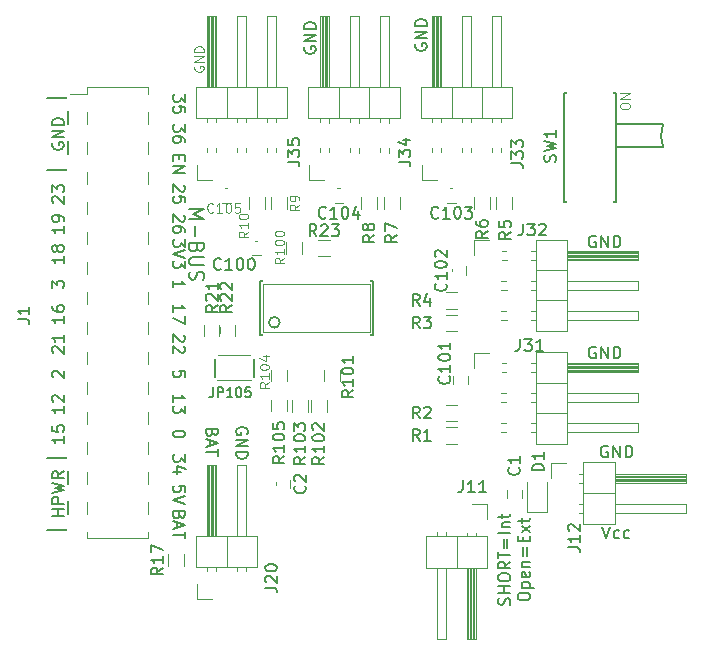
<source format=gto>
G04 #@! TF.FileFunction,Legend,Top*
%FSLAX46Y46*%
G04 Gerber Fmt 4.6, Leading zero omitted, Abs format (unit mm)*
G04 Created by KiCad (PCBNEW 4.0.7) date 09/04/18 00:03:24*
%MOMM*%
%LPD*%
G01*
G04 APERTURE LIST*
%ADD10C,0.100000*%
%ADD11C,0.120000*%
%ADD12C,0.150000*%
%ADD13C,0.200000*%
%ADD14C,0.203200*%
%ADD15C,0.152400*%
%ADD16C,0.050800*%
%ADD17C,0.144780*%
%ADD18C,0.127000*%
%ADD19C,3.600000*%
%ADD20R,1.150000X1.200000*%
%ADD21R,0.850000X1.000000*%
%ADD22C,2.600000*%
%ADD23R,1.200000X1.150000*%
%ADD24R,2.100000X2.100000*%
%ADD25O,2.100000X2.100000*%
%ADD26R,1.568400X2.000200*%
%ADD27R,0.900000X1.300000*%
%ADD28R,1.300000X0.900000*%
%ADD29R,3.900000X3.200000*%
%ADD30R,1.750000X1.750000*%
%ADD31O,1.750000X1.750000*%
%ADD32R,0.704800X1.390600*%
%ADD33C,1.200000*%
%ADD34C,1.400000*%
%ADD35R,3.550000X1.400000*%
%ADD36C,2.100000*%
G04 APERTURE END LIST*
D10*
D11*
X116554000Y-87127523D02*
X116515905Y-87203714D01*
X116515905Y-87317999D01*
X116554000Y-87432285D01*
X116630190Y-87508476D01*
X116706381Y-87546571D01*
X116858762Y-87584666D01*
X116973048Y-87584666D01*
X117125429Y-87546571D01*
X117201619Y-87508476D01*
X117277810Y-87432285D01*
X117315905Y-87317999D01*
X117315905Y-87241809D01*
X117277810Y-87127523D01*
X117239714Y-87089428D01*
X116973048Y-87089428D01*
X116973048Y-87241809D01*
X117315905Y-86746571D02*
X116515905Y-86746571D01*
X117315905Y-86289428D01*
X116515905Y-86289428D01*
X117315905Y-85908476D02*
X116515905Y-85908476D01*
X116515905Y-85718000D01*
X116554000Y-85603714D01*
X116630190Y-85527523D01*
X116706381Y-85489428D01*
X116858762Y-85451333D01*
X116973048Y-85451333D01*
X117125429Y-85489428D01*
X117201619Y-85527523D01*
X117277810Y-85603714D01*
X117315905Y-85718000D01*
X117315905Y-85908476D01*
D12*
X125852000Y-85501904D02*
X125804381Y-85597142D01*
X125804381Y-85739999D01*
X125852000Y-85882857D01*
X125947238Y-85978095D01*
X126042476Y-86025714D01*
X126232952Y-86073333D01*
X126375810Y-86073333D01*
X126566286Y-86025714D01*
X126661524Y-85978095D01*
X126756762Y-85882857D01*
X126804381Y-85739999D01*
X126804381Y-85644761D01*
X126756762Y-85501904D01*
X126709143Y-85454285D01*
X126375810Y-85454285D01*
X126375810Y-85644761D01*
X126804381Y-85025714D02*
X125804381Y-85025714D01*
X126804381Y-84454285D01*
X125804381Y-84454285D01*
X126804381Y-83978095D02*
X125804381Y-83978095D01*
X125804381Y-83740000D01*
X125852000Y-83597142D01*
X125947238Y-83501904D01*
X126042476Y-83454285D01*
X126232952Y-83406666D01*
X126375810Y-83406666D01*
X126566286Y-83454285D01*
X126661524Y-83501904D01*
X126756762Y-83597142D01*
X126804381Y-83740000D01*
X126804381Y-83978095D01*
X135250000Y-85247904D02*
X135202381Y-85343142D01*
X135202381Y-85485999D01*
X135250000Y-85628857D01*
X135345238Y-85724095D01*
X135440476Y-85771714D01*
X135630952Y-85819333D01*
X135773810Y-85819333D01*
X135964286Y-85771714D01*
X136059524Y-85724095D01*
X136154762Y-85628857D01*
X136202381Y-85485999D01*
X136202381Y-85390761D01*
X136154762Y-85247904D01*
X136107143Y-85200285D01*
X135773810Y-85200285D01*
X135773810Y-85390761D01*
X136202381Y-84771714D02*
X135202381Y-84771714D01*
X136202381Y-84200285D01*
X135202381Y-84200285D01*
X136202381Y-83724095D02*
X135202381Y-83724095D01*
X135202381Y-83486000D01*
X135250000Y-83343142D01*
X135345238Y-83247904D01*
X135440476Y-83200285D01*
X135630952Y-83152666D01*
X135773810Y-83152666D01*
X135964286Y-83200285D01*
X136059524Y-83247904D01*
X136154762Y-83343142D01*
X136202381Y-83486000D01*
X136202381Y-83724095D01*
X150482096Y-101512000D02*
X150386858Y-101464381D01*
X150244001Y-101464381D01*
X150101143Y-101512000D01*
X150005905Y-101607238D01*
X149958286Y-101702476D01*
X149910667Y-101892952D01*
X149910667Y-102035810D01*
X149958286Y-102226286D01*
X150005905Y-102321524D01*
X150101143Y-102416762D01*
X150244001Y-102464381D01*
X150339239Y-102464381D01*
X150482096Y-102416762D01*
X150529715Y-102369143D01*
X150529715Y-102035810D01*
X150339239Y-102035810D01*
X150958286Y-102464381D02*
X150958286Y-101464381D01*
X151529715Y-102464381D01*
X151529715Y-101464381D01*
X152005905Y-102464381D02*
X152005905Y-101464381D01*
X152244000Y-101464381D01*
X152386858Y-101512000D01*
X152482096Y-101607238D01*
X152529715Y-101702476D01*
X152577334Y-101892952D01*
X152577334Y-102035810D01*
X152529715Y-102226286D01*
X152482096Y-102321524D01*
X152386858Y-102416762D01*
X152244000Y-102464381D01*
X152005905Y-102464381D01*
X150482096Y-110910000D02*
X150386858Y-110862381D01*
X150244001Y-110862381D01*
X150101143Y-110910000D01*
X150005905Y-111005238D01*
X149958286Y-111100476D01*
X149910667Y-111290952D01*
X149910667Y-111433810D01*
X149958286Y-111624286D01*
X150005905Y-111719524D01*
X150101143Y-111814762D01*
X150244001Y-111862381D01*
X150339239Y-111862381D01*
X150482096Y-111814762D01*
X150529715Y-111767143D01*
X150529715Y-111433810D01*
X150339239Y-111433810D01*
X150958286Y-111862381D02*
X150958286Y-110862381D01*
X151529715Y-111862381D01*
X151529715Y-110862381D01*
X152005905Y-111862381D02*
X152005905Y-110862381D01*
X152244000Y-110862381D01*
X152386858Y-110910000D01*
X152482096Y-111005238D01*
X152529715Y-111100476D01*
X152577334Y-111290952D01*
X152577334Y-111433810D01*
X152529715Y-111624286D01*
X152482096Y-111719524D01*
X152386858Y-111814762D01*
X152244000Y-111862381D01*
X152005905Y-111862381D01*
D11*
X152583905Y-90569238D02*
X152583905Y-90416857D01*
X152622000Y-90340666D01*
X152698190Y-90264476D01*
X152850571Y-90226381D01*
X153117238Y-90226381D01*
X153269619Y-90264476D01*
X153345810Y-90340666D01*
X153383905Y-90416857D01*
X153383905Y-90569238D01*
X153345810Y-90645428D01*
X153269619Y-90721619D01*
X153117238Y-90759714D01*
X152850571Y-90759714D01*
X152698190Y-90721619D01*
X152622000Y-90645428D01*
X152583905Y-90569238D01*
X153383905Y-89883524D02*
X152583905Y-89883524D01*
X153383905Y-89426381D01*
X152583905Y-89426381D01*
D12*
X143203762Y-132745524D02*
X143251381Y-132602667D01*
X143251381Y-132364571D01*
X143203762Y-132269333D01*
X143156143Y-132221714D01*
X143060905Y-132174095D01*
X142965667Y-132174095D01*
X142870429Y-132221714D01*
X142822810Y-132269333D01*
X142775190Y-132364571D01*
X142727571Y-132555048D01*
X142679952Y-132650286D01*
X142632333Y-132697905D01*
X142537095Y-132745524D01*
X142441857Y-132745524D01*
X142346619Y-132697905D01*
X142299000Y-132650286D01*
X142251381Y-132555048D01*
X142251381Y-132316952D01*
X142299000Y-132174095D01*
X143251381Y-131745524D02*
X142251381Y-131745524D01*
X142727571Y-131745524D02*
X142727571Y-131174095D01*
X143251381Y-131174095D02*
X142251381Y-131174095D01*
X142251381Y-130507429D02*
X142251381Y-130316952D01*
X142299000Y-130221714D01*
X142394238Y-130126476D01*
X142584714Y-130078857D01*
X142918048Y-130078857D01*
X143108524Y-130126476D01*
X143203762Y-130221714D01*
X143251381Y-130316952D01*
X143251381Y-130507429D01*
X143203762Y-130602667D01*
X143108524Y-130697905D01*
X142918048Y-130745524D01*
X142584714Y-130745524D01*
X142394238Y-130697905D01*
X142299000Y-130602667D01*
X142251381Y-130507429D01*
X143251381Y-129078857D02*
X142775190Y-129412191D01*
X143251381Y-129650286D02*
X142251381Y-129650286D01*
X142251381Y-129269333D01*
X142299000Y-129174095D01*
X142346619Y-129126476D01*
X142441857Y-129078857D01*
X142584714Y-129078857D01*
X142679952Y-129126476D01*
X142727571Y-129174095D01*
X142775190Y-129269333D01*
X142775190Y-129650286D01*
X142251381Y-128793143D02*
X142251381Y-128221714D01*
X143251381Y-128507429D02*
X142251381Y-128507429D01*
X142727571Y-127888381D02*
X142727571Y-127126476D01*
X143013286Y-127126476D02*
X143013286Y-127888381D01*
X143251381Y-126650286D02*
X142251381Y-126650286D01*
X142584714Y-126174096D02*
X143251381Y-126174096D01*
X142679952Y-126174096D02*
X142632333Y-126126477D01*
X142584714Y-126031239D01*
X142584714Y-125888381D01*
X142632333Y-125793143D01*
X142727571Y-125745524D01*
X143251381Y-125745524D01*
X142584714Y-125412191D02*
X142584714Y-125031239D01*
X142251381Y-125269334D02*
X143108524Y-125269334D01*
X143203762Y-125221715D01*
X143251381Y-125126477D01*
X143251381Y-125031239D01*
X143901381Y-132126477D02*
X143901381Y-131936000D01*
X143949000Y-131840762D01*
X144044238Y-131745524D01*
X144234714Y-131697905D01*
X144568048Y-131697905D01*
X144758524Y-131745524D01*
X144853762Y-131840762D01*
X144901381Y-131936000D01*
X144901381Y-132126477D01*
X144853762Y-132221715D01*
X144758524Y-132316953D01*
X144568048Y-132364572D01*
X144234714Y-132364572D01*
X144044238Y-132316953D01*
X143949000Y-132221715D01*
X143901381Y-132126477D01*
X144234714Y-131269334D02*
X145234714Y-131269334D01*
X144282333Y-131269334D02*
X144234714Y-131174096D01*
X144234714Y-130983619D01*
X144282333Y-130888381D01*
X144329952Y-130840762D01*
X144425190Y-130793143D01*
X144710905Y-130793143D01*
X144806143Y-130840762D01*
X144853762Y-130888381D01*
X144901381Y-130983619D01*
X144901381Y-131174096D01*
X144853762Y-131269334D01*
X144853762Y-129983619D02*
X144901381Y-130078857D01*
X144901381Y-130269334D01*
X144853762Y-130364572D01*
X144758524Y-130412191D01*
X144377571Y-130412191D01*
X144282333Y-130364572D01*
X144234714Y-130269334D01*
X144234714Y-130078857D01*
X144282333Y-129983619D01*
X144377571Y-129936000D01*
X144472810Y-129936000D01*
X144568048Y-130412191D01*
X144234714Y-129507429D02*
X144901381Y-129507429D01*
X144329952Y-129507429D02*
X144282333Y-129459810D01*
X144234714Y-129364572D01*
X144234714Y-129221714D01*
X144282333Y-129126476D01*
X144377571Y-129078857D01*
X144901381Y-129078857D01*
X144377571Y-128602667D02*
X144377571Y-127840762D01*
X144663286Y-127840762D02*
X144663286Y-128602667D01*
X144377571Y-127364572D02*
X144377571Y-127031238D01*
X144901381Y-126888381D02*
X144901381Y-127364572D01*
X143901381Y-127364572D01*
X143901381Y-126888381D01*
X144901381Y-126555048D02*
X144234714Y-126031238D01*
X144234714Y-126555048D02*
X144901381Y-126031238D01*
X144234714Y-125793143D02*
X144234714Y-125412191D01*
X143901381Y-125650286D02*
X144758524Y-125650286D01*
X144853762Y-125602667D01*
X144901381Y-125507429D01*
X144901381Y-125412191D01*
X121010000Y-118268096D02*
X121057619Y-118172858D01*
X121057619Y-118030001D01*
X121010000Y-117887143D01*
X120914762Y-117791905D01*
X120819524Y-117744286D01*
X120629048Y-117696667D01*
X120486190Y-117696667D01*
X120295714Y-117744286D01*
X120200476Y-117791905D01*
X120105238Y-117887143D01*
X120057619Y-118030001D01*
X120057619Y-118125239D01*
X120105238Y-118268096D01*
X120152857Y-118315715D01*
X120486190Y-118315715D01*
X120486190Y-118125239D01*
X120057619Y-118744286D02*
X121057619Y-118744286D01*
X120057619Y-119315715D01*
X121057619Y-119315715D01*
X120057619Y-119791905D02*
X121057619Y-119791905D01*
X121057619Y-120030000D01*
X121010000Y-120172858D01*
X120914762Y-120268096D01*
X120819524Y-120315715D01*
X120629048Y-120363334D01*
X120486190Y-120363334D01*
X120295714Y-120315715D01*
X120200476Y-120268096D01*
X120105238Y-120172858D01*
X120057619Y-120030000D01*
X120057619Y-119791905D01*
X118041429Y-118164905D02*
X117993810Y-118307762D01*
X117946190Y-118355381D01*
X117850952Y-118403000D01*
X117708095Y-118403000D01*
X117612857Y-118355381D01*
X117565238Y-118307762D01*
X117517619Y-118212524D01*
X117517619Y-117831571D01*
X118517619Y-117831571D01*
X118517619Y-118164905D01*
X118470000Y-118260143D01*
X118422381Y-118307762D01*
X118327143Y-118355381D01*
X118231905Y-118355381D01*
X118136667Y-118307762D01*
X118089048Y-118260143D01*
X118041429Y-118164905D01*
X118041429Y-117831571D01*
X117803333Y-118783952D02*
X117803333Y-119260143D01*
X117517619Y-118688714D02*
X118517619Y-119022047D01*
X117517619Y-119355381D01*
X118517619Y-119545857D02*
X118517619Y-120117286D01*
X117517619Y-119831571D02*
X118517619Y-119831571D01*
X151069524Y-126102381D02*
X151402857Y-127102381D01*
X151736191Y-126102381D01*
X152498096Y-127054762D02*
X152402858Y-127102381D01*
X152212381Y-127102381D01*
X152117143Y-127054762D01*
X152069524Y-127007143D01*
X152021905Y-126911905D01*
X152021905Y-126626190D01*
X152069524Y-126530952D01*
X152117143Y-126483333D01*
X152212381Y-126435714D01*
X152402858Y-126435714D01*
X152498096Y-126483333D01*
X153355239Y-127054762D02*
X153260001Y-127102381D01*
X153069524Y-127102381D01*
X152974286Y-127054762D01*
X152926667Y-127007143D01*
X152879048Y-126911905D01*
X152879048Y-126626190D01*
X152926667Y-126530952D01*
X152974286Y-126483333D01*
X153069524Y-126435714D01*
X153260001Y-126435714D01*
X153355239Y-126483333D01*
X151498096Y-119292000D02*
X151402858Y-119244381D01*
X151260001Y-119244381D01*
X151117143Y-119292000D01*
X151021905Y-119387238D01*
X150974286Y-119482476D01*
X150926667Y-119672952D01*
X150926667Y-119815810D01*
X150974286Y-120006286D01*
X151021905Y-120101524D01*
X151117143Y-120196762D01*
X151260001Y-120244381D01*
X151355239Y-120244381D01*
X151498096Y-120196762D01*
X151545715Y-120149143D01*
X151545715Y-119815810D01*
X151355239Y-119815810D01*
X151974286Y-120244381D02*
X151974286Y-119244381D01*
X152545715Y-120244381D01*
X152545715Y-119244381D01*
X153021905Y-120244381D02*
X153021905Y-119244381D01*
X153260000Y-119244381D01*
X153402858Y-119292000D01*
X153498096Y-119387238D01*
X153545715Y-119482476D01*
X153593334Y-119672952D01*
X153593334Y-119815810D01*
X153545715Y-120006286D01*
X153498096Y-120101524D01*
X153402858Y-120196762D01*
X153260000Y-120244381D01*
X153021905Y-120244381D01*
D13*
X116093643Y-99259643D02*
X117293643Y-99259643D01*
X116436500Y-99659643D01*
X117293643Y-100059643D01*
X116093643Y-100059643D01*
X116550786Y-100631072D02*
X116550786Y-101545358D01*
X116722214Y-102516786D02*
X116665071Y-102688215D01*
X116607929Y-102745358D01*
X116493643Y-102802501D01*
X116322214Y-102802501D01*
X116207929Y-102745358D01*
X116150786Y-102688215D01*
X116093643Y-102573929D01*
X116093643Y-102116786D01*
X117293643Y-102116786D01*
X117293643Y-102516786D01*
X117236500Y-102631072D01*
X117179357Y-102688215D01*
X117065071Y-102745358D01*
X116950786Y-102745358D01*
X116836500Y-102688215D01*
X116779357Y-102631072D01*
X116722214Y-102516786D01*
X116722214Y-102116786D01*
X117293643Y-103316786D02*
X116322214Y-103316786D01*
X116207929Y-103373929D01*
X116150786Y-103431072D01*
X116093643Y-103545358D01*
X116093643Y-103773929D01*
X116150786Y-103888215D01*
X116207929Y-103945358D01*
X116322214Y-104002501D01*
X117293643Y-104002501D01*
X116150786Y-104516786D02*
X116093643Y-104688215D01*
X116093643Y-104973929D01*
X116150786Y-105088215D01*
X116207929Y-105145358D01*
X116322214Y-105202501D01*
X116436500Y-105202501D01*
X116550786Y-105145358D01*
X116607929Y-105088215D01*
X116665071Y-104973929D01*
X116722214Y-104745358D01*
X116779357Y-104631072D01*
X116836500Y-104573929D01*
X116950786Y-104516786D01*
X117065071Y-104516786D01*
X117179357Y-104573929D01*
X117236500Y-104631072D01*
X117293643Y-104745358D01*
X117293643Y-105031072D01*
X117236500Y-105202501D01*
X115247429Y-125149905D02*
X115199810Y-125292762D01*
X115152190Y-125340381D01*
X115056952Y-125388000D01*
X114914095Y-125388000D01*
X114818857Y-125340381D01*
X114771238Y-125292762D01*
X114723619Y-125197524D01*
X114723619Y-124816571D01*
X115723619Y-124816571D01*
X115723619Y-125149905D01*
X115676000Y-125245143D01*
X115628381Y-125292762D01*
X115533143Y-125340381D01*
X115437905Y-125340381D01*
X115342667Y-125292762D01*
X115295048Y-125245143D01*
X115247429Y-125149905D01*
X115247429Y-124816571D01*
X115009333Y-125768952D02*
X115009333Y-126245143D01*
X114723619Y-125673714D02*
X115723619Y-126007047D01*
X114723619Y-126340381D01*
X115723619Y-126530857D02*
X115723619Y-127102286D01*
X114723619Y-126816571D02*
X115723619Y-126816571D01*
X115723619Y-123157524D02*
X115723619Y-122681333D01*
X115247429Y-122633714D01*
X115295048Y-122681333D01*
X115342667Y-122776571D01*
X115342667Y-123014667D01*
X115295048Y-123109905D01*
X115247429Y-123157524D01*
X115152190Y-123205143D01*
X114914095Y-123205143D01*
X114818857Y-123157524D01*
X114771238Y-123109905D01*
X114723619Y-123014667D01*
X114723619Y-122776571D01*
X114771238Y-122681333D01*
X114818857Y-122633714D01*
X115723619Y-123490857D02*
X114723619Y-123824190D01*
X115723619Y-124157524D01*
X115723619Y-119998476D02*
X115723619Y-120617524D01*
X115342667Y-120284190D01*
X115342667Y-120427048D01*
X115295048Y-120522286D01*
X115247429Y-120569905D01*
X115152190Y-120617524D01*
X114914095Y-120617524D01*
X114818857Y-120569905D01*
X114771238Y-120522286D01*
X114723619Y-120427048D01*
X114723619Y-120141333D01*
X114771238Y-120046095D01*
X114818857Y-119998476D01*
X115390286Y-121474667D02*
X114723619Y-121474667D01*
X115771238Y-121236571D02*
X115056952Y-120998476D01*
X115056952Y-121617524D01*
X115723619Y-118220381D02*
X115723619Y-118315620D01*
X115676000Y-118410858D01*
X115628381Y-118458477D01*
X115533143Y-118506096D01*
X115342667Y-118553715D01*
X115104571Y-118553715D01*
X114914095Y-118506096D01*
X114818857Y-118458477D01*
X114771238Y-118410858D01*
X114723619Y-118315620D01*
X114723619Y-118220381D01*
X114771238Y-118125143D01*
X114818857Y-118077524D01*
X114914095Y-118029905D01*
X115104571Y-117982286D01*
X115342667Y-117982286D01*
X115533143Y-118029905D01*
X115628381Y-118077524D01*
X115676000Y-118125143D01*
X115723619Y-118220381D01*
X114723619Y-115537524D02*
X114723619Y-114966095D01*
X114723619Y-115251809D02*
X115723619Y-115251809D01*
X115580762Y-115156571D01*
X115485524Y-115061333D01*
X115437905Y-114966095D01*
X115723619Y-115870857D02*
X115723619Y-116489905D01*
X115342667Y-116156571D01*
X115342667Y-116299429D01*
X115295048Y-116394667D01*
X115247429Y-116442286D01*
X115152190Y-116489905D01*
X114914095Y-116489905D01*
X114818857Y-116442286D01*
X114771238Y-116394667D01*
X114723619Y-116299429D01*
X114723619Y-116013714D01*
X114771238Y-115918476D01*
X114818857Y-115870857D01*
X115723619Y-113426096D02*
X115723619Y-112949905D01*
X115247429Y-112902286D01*
X115295048Y-112949905D01*
X115342667Y-113045143D01*
X115342667Y-113283239D01*
X115295048Y-113378477D01*
X115247429Y-113426096D01*
X115152190Y-113473715D01*
X114914095Y-113473715D01*
X114818857Y-113426096D01*
X114771238Y-113378477D01*
X114723619Y-113283239D01*
X114723619Y-113045143D01*
X114771238Y-112949905D01*
X114818857Y-112902286D01*
X115628381Y-109886095D02*
X115676000Y-109933714D01*
X115723619Y-110028952D01*
X115723619Y-110267048D01*
X115676000Y-110362286D01*
X115628381Y-110409905D01*
X115533143Y-110457524D01*
X115437905Y-110457524D01*
X115295048Y-110409905D01*
X114723619Y-109838476D01*
X114723619Y-110457524D01*
X115628381Y-110838476D02*
X115676000Y-110886095D01*
X115723619Y-110981333D01*
X115723619Y-111219429D01*
X115676000Y-111314667D01*
X115628381Y-111362286D01*
X115533143Y-111409905D01*
X115437905Y-111409905D01*
X115295048Y-111362286D01*
X114723619Y-110790857D01*
X114723619Y-111409905D01*
X114723619Y-107917524D02*
X114723619Y-107346095D01*
X114723619Y-107631809D02*
X115723619Y-107631809D01*
X115580762Y-107536571D01*
X115485524Y-107441333D01*
X115437905Y-107346095D01*
X115723619Y-108250857D02*
X115723619Y-108917524D01*
X114723619Y-108488952D01*
X114723619Y-105853715D02*
X114723619Y-105282286D01*
X114723619Y-105568000D02*
X115723619Y-105568000D01*
X115580762Y-105472762D01*
X115485524Y-105377524D01*
X115437905Y-105282286D01*
X115723619Y-101789905D02*
X115723619Y-102408953D01*
X115342667Y-102075619D01*
X115342667Y-102218477D01*
X115295048Y-102313715D01*
X115247429Y-102361334D01*
X115152190Y-102408953D01*
X114914095Y-102408953D01*
X114818857Y-102361334D01*
X114771238Y-102313715D01*
X114723619Y-102218477D01*
X114723619Y-101932762D01*
X114771238Y-101837524D01*
X114818857Y-101789905D01*
X115723619Y-102694667D02*
X114723619Y-103028000D01*
X115723619Y-103361334D01*
X115723619Y-103599429D02*
X115723619Y-104218477D01*
X115342667Y-103885143D01*
X115342667Y-104028001D01*
X115295048Y-104123239D01*
X115247429Y-104170858D01*
X115152190Y-104218477D01*
X114914095Y-104218477D01*
X114818857Y-104170858D01*
X114771238Y-104123239D01*
X114723619Y-104028001D01*
X114723619Y-103742286D01*
X114771238Y-103647048D01*
X114818857Y-103599429D01*
X115628381Y-99726095D02*
X115676000Y-99773714D01*
X115723619Y-99868952D01*
X115723619Y-100107048D01*
X115676000Y-100202286D01*
X115628381Y-100249905D01*
X115533143Y-100297524D01*
X115437905Y-100297524D01*
X115295048Y-100249905D01*
X114723619Y-99678476D01*
X114723619Y-100297524D01*
X115723619Y-101154667D02*
X115723619Y-100964190D01*
X115676000Y-100868952D01*
X115628381Y-100821333D01*
X115485524Y-100726095D01*
X115295048Y-100678476D01*
X114914095Y-100678476D01*
X114818857Y-100726095D01*
X114771238Y-100773714D01*
X114723619Y-100868952D01*
X114723619Y-101059429D01*
X114771238Y-101154667D01*
X114818857Y-101202286D01*
X114914095Y-101249905D01*
X115152190Y-101249905D01*
X115247429Y-101202286D01*
X115295048Y-101154667D01*
X115342667Y-101059429D01*
X115342667Y-100868952D01*
X115295048Y-100773714D01*
X115247429Y-100726095D01*
X115152190Y-100678476D01*
X115628381Y-97186095D02*
X115676000Y-97233714D01*
X115723619Y-97328952D01*
X115723619Y-97567048D01*
X115676000Y-97662286D01*
X115628381Y-97709905D01*
X115533143Y-97757524D01*
X115437905Y-97757524D01*
X115295048Y-97709905D01*
X114723619Y-97138476D01*
X114723619Y-97757524D01*
X115723619Y-98662286D02*
X115723619Y-98186095D01*
X115247429Y-98138476D01*
X115295048Y-98186095D01*
X115342667Y-98281333D01*
X115342667Y-98519429D01*
X115295048Y-98614667D01*
X115247429Y-98662286D01*
X115152190Y-98709905D01*
X114914095Y-98709905D01*
X114818857Y-98662286D01*
X114771238Y-98614667D01*
X114723619Y-98519429D01*
X114723619Y-98281333D01*
X114771238Y-98186095D01*
X114818857Y-98138476D01*
X115247429Y-94669905D02*
X115247429Y-95003239D01*
X114723619Y-95146096D02*
X114723619Y-94669905D01*
X115723619Y-94669905D01*
X115723619Y-95146096D01*
X114723619Y-95574667D02*
X115723619Y-95574667D01*
X114723619Y-96146096D01*
X115723619Y-96146096D01*
X115723619Y-92058476D02*
X115723619Y-92677524D01*
X115342667Y-92344190D01*
X115342667Y-92487048D01*
X115295048Y-92582286D01*
X115247429Y-92629905D01*
X115152190Y-92677524D01*
X114914095Y-92677524D01*
X114818857Y-92629905D01*
X114771238Y-92582286D01*
X114723619Y-92487048D01*
X114723619Y-92201333D01*
X114771238Y-92106095D01*
X114818857Y-92058476D01*
X115723619Y-93534667D02*
X115723619Y-93344190D01*
X115676000Y-93248952D01*
X115628381Y-93201333D01*
X115485524Y-93106095D01*
X115295048Y-93058476D01*
X114914095Y-93058476D01*
X114818857Y-93106095D01*
X114771238Y-93153714D01*
X114723619Y-93248952D01*
X114723619Y-93439429D01*
X114771238Y-93534667D01*
X114818857Y-93582286D01*
X114914095Y-93629905D01*
X115152190Y-93629905D01*
X115247429Y-93582286D01*
X115295048Y-93534667D01*
X115342667Y-93439429D01*
X115342667Y-93248952D01*
X115295048Y-93153714D01*
X115247429Y-93106095D01*
X115152190Y-93058476D01*
X115723619Y-89518476D02*
X115723619Y-90137524D01*
X115342667Y-89804190D01*
X115342667Y-89947048D01*
X115295048Y-90042286D01*
X115247429Y-90089905D01*
X115152190Y-90137524D01*
X114914095Y-90137524D01*
X114818857Y-90089905D01*
X114771238Y-90042286D01*
X114723619Y-89947048D01*
X114723619Y-89661333D01*
X114771238Y-89566095D01*
X114818857Y-89518476D01*
X115723619Y-91042286D02*
X115723619Y-90566095D01*
X115247429Y-90518476D01*
X115295048Y-90566095D01*
X115342667Y-90661333D01*
X115342667Y-90899429D01*
X115295048Y-90994667D01*
X115247429Y-91042286D01*
X115152190Y-91089905D01*
X114914095Y-91089905D01*
X114818857Y-91042286D01*
X114771238Y-90994667D01*
X114723619Y-90899429D01*
X114723619Y-90661333D01*
X114771238Y-90566095D01*
X114818857Y-90518476D01*
X105778000Y-126396000D02*
X104000000Y-126396000D01*
X105778000Y-120300000D02*
X105778000Y-126396000D01*
X104000000Y-120300000D02*
X105778000Y-120300000D01*
X105778000Y-89820000D02*
X105778000Y-95916000D01*
X105778000Y-95916000D02*
X104000000Y-95916000D01*
X104000000Y-89820000D02*
X105778000Y-89820000D01*
X105468381Y-125205143D02*
X104468381Y-125205143D01*
X104944571Y-125205143D02*
X104944571Y-124633714D01*
X105468381Y-124633714D02*
X104468381Y-124633714D01*
X105468381Y-124157524D02*
X104468381Y-124157524D01*
X104468381Y-123776571D01*
X104516000Y-123681333D01*
X104563619Y-123633714D01*
X104658857Y-123586095D01*
X104801714Y-123586095D01*
X104896952Y-123633714D01*
X104944571Y-123681333D01*
X104992190Y-123776571D01*
X104992190Y-124157524D01*
X104468381Y-123252762D02*
X105468381Y-123014667D01*
X104754095Y-122824190D01*
X105468381Y-122633714D01*
X104468381Y-122395619D01*
X105468381Y-121443238D02*
X104992190Y-121776572D01*
X105468381Y-122014667D02*
X104468381Y-122014667D01*
X104468381Y-121633714D01*
X104516000Y-121538476D01*
X104563619Y-121490857D01*
X104658857Y-121443238D01*
X104801714Y-121443238D01*
X104896952Y-121490857D01*
X104944571Y-121538476D01*
X104992190Y-121633714D01*
X104992190Y-122014667D01*
X105468381Y-118458476D02*
X105468381Y-119029905D01*
X105468381Y-118744191D02*
X104468381Y-118744191D01*
X104611238Y-118839429D01*
X104706476Y-118934667D01*
X104754095Y-119029905D01*
X104468381Y-117553714D02*
X104468381Y-118029905D01*
X104944571Y-118077524D01*
X104896952Y-118029905D01*
X104849333Y-117934667D01*
X104849333Y-117696571D01*
X104896952Y-117601333D01*
X104944571Y-117553714D01*
X105039810Y-117506095D01*
X105277905Y-117506095D01*
X105373143Y-117553714D01*
X105420762Y-117601333D01*
X105468381Y-117696571D01*
X105468381Y-117934667D01*
X105420762Y-118029905D01*
X105373143Y-118077524D01*
X105468381Y-115918476D02*
X105468381Y-116489905D01*
X105468381Y-116204191D02*
X104468381Y-116204191D01*
X104611238Y-116299429D01*
X104706476Y-116394667D01*
X104754095Y-116489905D01*
X104563619Y-115537524D02*
X104516000Y-115489905D01*
X104468381Y-115394667D01*
X104468381Y-115156571D01*
X104516000Y-115061333D01*
X104563619Y-115013714D01*
X104658857Y-114966095D01*
X104754095Y-114966095D01*
X104896952Y-115013714D01*
X105468381Y-115585143D01*
X105468381Y-114966095D01*
X104563619Y-113473714D02*
X104516000Y-113426095D01*
X104468381Y-113330857D01*
X104468381Y-113092761D01*
X104516000Y-112997523D01*
X104563619Y-112949904D01*
X104658857Y-112902285D01*
X104754095Y-112902285D01*
X104896952Y-112949904D01*
X105468381Y-113521333D01*
X105468381Y-112902285D01*
X104563619Y-111409905D02*
X104516000Y-111362286D01*
X104468381Y-111267048D01*
X104468381Y-111028952D01*
X104516000Y-110933714D01*
X104563619Y-110886095D01*
X104658857Y-110838476D01*
X104754095Y-110838476D01*
X104896952Y-110886095D01*
X105468381Y-111457524D01*
X105468381Y-110838476D01*
X105468381Y-109886095D02*
X105468381Y-110457524D01*
X105468381Y-110171810D02*
X104468381Y-110171810D01*
X104611238Y-110267048D01*
X104706476Y-110362286D01*
X104754095Y-110457524D01*
X105468381Y-108298476D02*
X105468381Y-108869905D01*
X105468381Y-108584191D02*
X104468381Y-108584191D01*
X104611238Y-108679429D01*
X104706476Y-108774667D01*
X104754095Y-108869905D01*
X104468381Y-107441333D02*
X104468381Y-107631810D01*
X104516000Y-107727048D01*
X104563619Y-107774667D01*
X104706476Y-107869905D01*
X104896952Y-107917524D01*
X105277905Y-107917524D01*
X105373143Y-107869905D01*
X105420762Y-107822286D01*
X105468381Y-107727048D01*
X105468381Y-107536571D01*
X105420762Y-107441333D01*
X105373143Y-107393714D01*
X105277905Y-107346095D01*
X105039810Y-107346095D01*
X104944571Y-107393714D01*
X104896952Y-107441333D01*
X104849333Y-107536571D01*
X104849333Y-107727048D01*
X104896952Y-107822286D01*
X104944571Y-107869905D01*
X105039810Y-107917524D01*
X104468381Y-105901333D02*
X104468381Y-105282285D01*
X104849333Y-105615619D01*
X104849333Y-105472761D01*
X104896952Y-105377523D01*
X104944571Y-105329904D01*
X105039810Y-105282285D01*
X105277905Y-105282285D01*
X105373143Y-105329904D01*
X105420762Y-105377523D01*
X105468381Y-105472761D01*
X105468381Y-105758476D01*
X105420762Y-105853714D01*
X105373143Y-105901333D01*
X105468381Y-103218476D02*
X105468381Y-103789905D01*
X105468381Y-103504191D02*
X104468381Y-103504191D01*
X104611238Y-103599429D01*
X104706476Y-103694667D01*
X104754095Y-103789905D01*
X104896952Y-102647048D02*
X104849333Y-102742286D01*
X104801714Y-102789905D01*
X104706476Y-102837524D01*
X104658857Y-102837524D01*
X104563619Y-102789905D01*
X104516000Y-102742286D01*
X104468381Y-102647048D01*
X104468381Y-102456571D01*
X104516000Y-102361333D01*
X104563619Y-102313714D01*
X104658857Y-102266095D01*
X104706476Y-102266095D01*
X104801714Y-102313714D01*
X104849333Y-102361333D01*
X104896952Y-102456571D01*
X104896952Y-102647048D01*
X104944571Y-102742286D01*
X104992190Y-102789905D01*
X105087429Y-102837524D01*
X105277905Y-102837524D01*
X105373143Y-102789905D01*
X105420762Y-102742286D01*
X105468381Y-102647048D01*
X105468381Y-102456571D01*
X105420762Y-102361333D01*
X105373143Y-102313714D01*
X105277905Y-102266095D01*
X105087429Y-102266095D01*
X104992190Y-102313714D01*
X104944571Y-102361333D01*
X104896952Y-102456571D01*
X105468381Y-100678476D02*
X105468381Y-101249905D01*
X105468381Y-100964191D02*
X104468381Y-100964191D01*
X104611238Y-101059429D01*
X104706476Y-101154667D01*
X104754095Y-101249905D01*
X105468381Y-100202286D02*
X105468381Y-100011810D01*
X105420762Y-99916571D01*
X105373143Y-99868952D01*
X105230286Y-99773714D01*
X105039810Y-99726095D01*
X104658857Y-99726095D01*
X104563619Y-99773714D01*
X104516000Y-99821333D01*
X104468381Y-99916571D01*
X104468381Y-100107048D01*
X104516000Y-100202286D01*
X104563619Y-100249905D01*
X104658857Y-100297524D01*
X104896952Y-100297524D01*
X104992190Y-100249905D01*
X105039810Y-100202286D01*
X105087429Y-100107048D01*
X105087429Y-99916571D01*
X105039810Y-99821333D01*
X104992190Y-99773714D01*
X104896952Y-99726095D01*
X104563619Y-98709905D02*
X104516000Y-98662286D01*
X104468381Y-98567048D01*
X104468381Y-98328952D01*
X104516000Y-98233714D01*
X104563619Y-98186095D01*
X104658857Y-98138476D01*
X104754095Y-98138476D01*
X104896952Y-98186095D01*
X105468381Y-98757524D01*
X105468381Y-98138476D01*
X104468381Y-97805143D02*
X104468381Y-97186095D01*
X104849333Y-97519429D01*
X104849333Y-97376571D01*
X104896952Y-97281333D01*
X104944571Y-97233714D01*
X105039810Y-97186095D01*
X105277905Y-97186095D01*
X105373143Y-97233714D01*
X105420762Y-97281333D01*
X105468381Y-97376571D01*
X105468381Y-97662286D01*
X105420762Y-97757524D01*
X105373143Y-97805143D01*
X104516000Y-93629904D02*
X104468381Y-93725142D01*
X104468381Y-93867999D01*
X104516000Y-94010857D01*
X104611238Y-94106095D01*
X104706476Y-94153714D01*
X104896952Y-94201333D01*
X105039810Y-94201333D01*
X105230286Y-94153714D01*
X105325524Y-94106095D01*
X105420762Y-94010857D01*
X105468381Y-93867999D01*
X105468381Y-93772761D01*
X105420762Y-93629904D01*
X105373143Y-93582285D01*
X105039810Y-93582285D01*
X105039810Y-93772761D01*
X105468381Y-93153714D02*
X104468381Y-93153714D01*
X105468381Y-92582285D01*
X104468381Y-92582285D01*
X105468381Y-92106095D02*
X104468381Y-92106095D01*
X104468381Y-91868000D01*
X104516000Y-91725142D01*
X104611238Y-91629904D01*
X104706476Y-91582285D01*
X104896952Y-91534666D01*
X105039810Y-91534666D01*
X105230286Y-91582285D01*
X105325524Y-91629904D01*
X105420762Y-91725142D01*
X105468381Y-91868000D01*
X105468381Y-92106095D01*
D11*
X144224000Y-122998000D02*
X144224000Y-123698000D01*
X143024000Y-123698000D02*
X143024000Y-122998000D01*
X144679000Y-124848000D02*
X146379000Y-124848000D01*
X146379000Y-124848000D02*
X146379000Y-122298000D01*
X144679000Y-124848000D02*
X144679000Y-122298000D01*
X124600000Y-122150000D02*
X124600000Y-122850000D01*
X123400000Y-122850000D02*
X123400000Y-122150000D01*
X122130000Y-103120000D02*
X121430000Y-103120000D01*
X121430000Y-101920000D02*
X122130000Y-101920000D01*
X139652000Y-113346000D02*
X139652000Y-114046000D01*
X138452000Y-114046000D02*
X138452000Y-113346000D01*
X139525000Y-104075000D02*
X139525000Y-104775000D01*
X138325000Y-104775000D02*
X138325000Y-104075000D01*
X137940000Y-97475000D02*
X138640000Y-97475000D01*
X138640000Y-98675000D02*
X137940000Y-98675000D01*
X128415000Y-97475000D02*
X129115000Y-97475000D01*
X129115000Y-98675000D02*
X128415000Y-98675000D01*
X118890000Y-97475000D02*
X119590000Y-97475000D01*
X119590000Y-98675000D02*
X118890000Y-98675000D01*
X141330000Y-126940000D02*
X136130000Y-126940000D01*
X136130000Y-126940000D02*
X136130000Y-129600000D01*
X136130000Y-129600000D02*
X141330000Y-129600000D01*
X141330000Y-129600000D02*
X141330000Y-126940000D01*
X140380000Y-129600000D02*
X140380000Y-135600000D01*
X140380000Y-135600000D02*
X139620000Y-135600000D01*
X139620000Y-135600000D02*
X139620000Y-129600000D01*
X140320000Y-129600000D02*
X140320000Y-135600000D01*
X140200000Y-129600000D02*
X140200000Y-135600000D01*
X140080000Y-129600000D02*
X140080000Y-135600000D01*
X139960000Y-129600000D02*
X139960000Y-135600000D01*
X139840000Y-129600000D02*
X139840000Y-135600000D01*
X139720000Y-129600000D02*
X139720000Y-135600000D01*
X140380000Y-126610000D02*
X140380000Y-126940000D01*
X139620000Y-126610000D02*
X139620000Y-126940000D01*
X138730000Y-126940000D02*
X138730000Y-129600000D01*
X137840000Y-129600000D02*
X137840000Y-135600000D01*
X137840000Y-135600000D02*
X137080000Y-135600000D01*
X137080000Y-135600000D02*
X137080000Y-129600000D01*
X137840000Y-126542929D02*
X137840000Y-126940000D01*
X137080000Y-126542929D02*
X137080000Y-126940000D01*
X140000000Y-124230000D02*
X141270000Y-124230000D01*
X141270000Y-124230000D02*
X141270000Y-125500000D01*
X149440000Y-120670000D02*
X149440000Y-125870000D01*
X149440000Y-125870000D02*
X152100000Y-125870000D01*
X152100000Y-125870000D02*
X152100000Y-120670000D01*
X152100000Y-120670000D02*
X149440000Y-120670000D01*
X152100000Y-121620000D02*
X158100000Y-121620000D01*
X158100000Y-121620000D02*
X158100000Y-122380000D01*
X158100000Y-122380000D02*
X152100000Y-122380000D01*
X152100000Y-121680000D02*
X158100000Y-121680000D01*
X152100000Y-121800000D02*
X158100000Y-121800000D01*
X152100000Y-121920000D02*
X158100000Y-121920000D01*
X152100000Y-122040000D02*
X158100000Y-122040000D01*
X152100000Y-122160000D02*
X158100000Y-122160000D01*
X152100000Y-122280000D02*
X158100000Y-122280000D01*
X149110000Y-121620000D02*
X149440000Y-121620000D01*
X149110000Y-122380000D02*
X149440000Y-122380000D01*
X149440000Y-123270000D02*
X152100000Y-123270000D01*
X152100000Y-124160000D02*
X158100000Y-124160000D01*
X158100000Y-124160000D02*
X158100000Y-124920000D01*
X158100000Y-124920000D02*
X152100000Y-124920000D01*
X149042929Y-124160000D02*
X149440000Y-124160000D01*
X149042929Y-124920000D02*
X149440000Y-124920000D01*
X146730000Y-122000000D02*
X146730000Y-120730000D01*
X146730000Y-120730000D02*
X148000000Y-120730000D01*
X116640000Y-129528000D02*
X121840000Y-129528000D01*
X121840000Y-129528000D02*
X121840000Y-126868000D01*
X121840000Y-126868000D02*
X116640000Y-126868000D01*
X116640000Y-126868000D02*
X116640000Y-129528000D01*
X117590000Y-126868000D02*
X117590000Y-120868000D01*
X117590000Y-120868000D02*
X118350000Y-120868000D01*
X118350000Y-120868000D02*
X118350000Y-126868000D01*
X117650000Y-126868000D02*
X117650000Y-120868000D01*
X117770000Y-126868000D02*
X117770000Y-120868000D01*
X117890000Y-126868000D02*
X117890000Y-120868000D01*
X118010000Y-126868000D02*
X118010000Y-120868000D01*
X118130000Y-126868000D02*
X118130000Y-120868000D01*
X118250000Y-126868000D02*
X118250000Y-120868000D01*
X117590000Y-129858000D02*
X117590000Y-129528000D01*
X118350000Y-129858000D02*
X118350000Y-129528000D01*
X119240000Y-129528000D02*
X119240000Y-126868000D01*
X120130000Y-126868000D02*
X120130000Y-120868000D01*
X120130000Y-120868000D02*
X120890000Y-120868000D01*
X120890000Y-120868000D02*
X120890000Y-126868000D01*
X120130000Y-129925071D02*
X120130000Y-129528000D01*
X120890000Y-129925071D02*
X120890000Y-129528000D01*
X117970000Y-132238000D02*
X116700000Y-132238000D01*
X116700000Y-132238000D02*
X116700000Y-130968000D01*
X145445000Y-111350000D02*
X145445000Y-119090000D01*
X145445000Y-119090000D02*
X148105000Y-119090000D01*
X148105000Y-119090000D02*
X148105000Y-111350000D01*
X148105000Y-111350000D02*
X145445000Y-111350000D01*
X148105000Y-112300000D02*
X154105000Y-112300000D01*
X154105000Y-112300000D02*
X154105000Y-113060000D01*
X154105000Y-113060000D02*
X148105000Y-113060000D01*
X148105000Y-112360000D02*
X154105000Y-112360000D01*
X148105000Y-112480000D02*
X154105000Y-112480000D01*
X148105000Y-112600000D02*
X154105000Y-112600000D01*
X148105000Y-112720000D02*
X154105000Y-112720000D01*
X148105000Y-112840000D02*
X154105000Y-112840000D01*
X148105000Y-112960000D02*
X154105000Y-112960000D01*
X145047929Y-112300000D02*
X145445000Y-112300000D01*
X145047929Y-113060000D02*
X145445000Y-113060000D01*
X142575000Y-112300000D02*
X142962071Y-112300000D01*
X142575000Y-113060000D02*
X142962071Y-113060000D01*
X145445000Y-113950000D02*
X148105000Y-113950000D01*
X148105000Y-114840000D02*
X154105000Y-114840000D01*
X154105000Y-114840000D02*
X154105000Y-115600000D01*
X154105000Y-115600000D02*
X148105000Y-115600000D01*
X145047929Y-114840000D02*
X145445000Y-114840000D01*
X145047929Y-115600000D02*
X145445000Y-115600000D01*
X142507929Y-114840000D02*
X142962071Y-114840000D01*
X142507929Y-115600000D02*
X142962071Y-115600000D01*
X145445000Y-116490000D02*
X148105000Y-116490000D01*
X148105000Y-117380000D02*
X154105000Y-117380000D01*
X154105000Y-117380000D02*
X154105000Y-118140000D01*
X154105000Y-118140000D02*
X148105000Y-118140000D01*
X145047929Y-117380000D02*
X145445000Y-117380000D01*
X145047929Y-118140000D02*
X145445000Y-118140000D01*
X142507929Y-117380000D02*
X142962071Y-117380000D01*
X142507929Y-118140000D02*
X142962071Y-118140000D01*
X140195000Y-112680000D02*
X140195000Y-111410000D01*
X140195000Y-111410000D02*
X141465000Y-111410000D01*
X145445000Y-101825000D02*
X145445000Y-109565000D01*
X145445000Y-109565000D02*
X148105000Y-109565000D01*
X148105000Y-109565000D02*
X148105000Y-101825000D01*
X148105000Y-101825000D02*
X145445000Y-101825000D01*
X148105000Y-102775000D02*
X154105000Y-102775000D01*
X154105000Y-102775000D02*
X154105000Y-103535000D01*
X154105000Y-103535000D02*
X148105000Y-103535000D01*
X148105000Y-102835000D02*
X154105000Y-102835000D01*
X148105000Y-102955000D02*
X154105000Y-102955000D01*
X148105000Y-103075000D02*
X154105000Y-103075000D01*
X148105000Y-103195000D02*
X154105000Y-103195000D01*
X148105000Y-103315000D02*
X154105000Y-103315000D01*
X148105000Y-103435000D02*
X154105000Y-103435000D01*
X145047929Y-102775000D02*
X145445000Y-102775000D01*
X145047929Y-103535000D02*
X145445000Y-103535000D01*
X142575000Y-102775000D02*
X142962071Y-102775000D01*
X142575000Y-103535000D02*
X142962071Y-103535000D01*
X145445000Y-104425000D02*
X148105000Y-104425000D01*
X148105000Y-105315000D02*
X154105000Y-105315000D01*
X154105000Y-105315000D02*
X154105000Y-106075000D01*
X154105000Y-106075000D02*
X148105000Y-106075000D01*
X145047929Y-105315000D02*
X145445000Y-105315000D01*
X145047929Y-106075000D02*
X145445000Y-106075000D01*
X142507929Y-105315000D02*
X142962071Y-105315000D01*
X142507929Y-106075000D02*
X142962071Y-106075000D01*
X145445000Y-106965000D02*
X148105000Y-106965000D01*
X148105000Y-107855000D02*
X154105000Y-107855000D01*
X154105000Y-107855000D02*
X154105000Y-108615000D01*
X154105000Y-108615000D02*
X148105000Y-108615000D01*
X145047929Y-107855000D02*
X145445000Y-107855000D01*
X145047929Y-108615000D02*
X145445000Y-108615000D01*
X142507929Y-107855000D02*
X142962071Y-107855000D01*
X142507929Y-108615000D02*
X142962071Y-108615000D01*
X140195000Y-103155000D02*
X140195000Y-101885000D01*
X140195000Y-101885000D02*
X141465000Y-101885000D01*
X135690000Y-91555000D02*
X143430000Y-91555000D01*
X143430000Y-91555000D02*
X143430000Y-88895000D01*
X143430000Y-88895000D02*
X135690000Y-88895000D01*
X135690000Y-88895000D02*
X135690000Y-91555000D01*
X136640000Y-88895000D02*
X136640000Y-82895000D01*
X136640000Y-82895000D02*
X137400000Y-82895000D01*
X137400000Y-82895000D02*
X137400000Y-88895000D01*
X136700000Y-88895000D02*
X136700000Y-82895000D01*
X136820000Y-88895000D02*
X136820000Y-82895000D01*
X136940000Y-88895000D02*
X136940000Y-82895000D01*
X137060000Y-88895000D02*
X137060000Y-82895000D01*
X137180000Y-88895000D02*
X137180000Y-82895000D01*
X137300000Y-88895000D02*
X137300000Y-82895000D01*
X136640000Y-91952071D02*
X136640000Y-91555000D01*
X137400000Y-91952071D02*
X137400000Y-91555000D01*
X136640000Y-94425000D02*
X136640000Y-94037929D01*
X137400000Y-94425000D02*
X137400000Y-94037929D01*
X138290000Y-91555000D02*
X138290000Y-88895000D01*
X139180000Y-88895000D02*
X139180000Y-82895000D01*
X139180000Y-82895000D02*
X139940000Y-82895000D01*
X139940000Y-82895000D02*
X139940000Y-88895000D01*
X139180000Y-91952071D02*
X139180000Y-91555000D01*
X139940000Y-91952071D02*
X139940000Y-91555000D01*
X139180000Y-94492071D02*
X139180000Y-94037929D01*
X139940000Y-94492071D02*
X139940000Y-94037929D01*
X140830000Y-91555000D02*
X140830000Y-88895000D01*
X141720000Y-88895000D02*
X141720000Y-82895000D01*
X141720000Y-82895000D02*
X142480000Y-82895000D01*
X142480000Y-82895000D02*
X142480000Y-88895000D01*
X141720000Y-91952071D02*
X141720000Y-91555000D01*
X142480000Y-91952071D02*
X142480000Y-91555000D01*
X141720000Y-94492071D02*
X141720000Y-94037929D01*
X142480000Y-94492071D02*
X142480000Y-94037929D01*
X137020000Y-96805000D02*
X135750000Y-96805000D01*
X135750000Y-96805000D02*
X135750000Y-95535000D01*
X126165000Y-91555000D02*
X133905000Y-91555000D01*
X133905000Y-91555000D02*
X133905000Y-88895000D01*
X133905000Y-88895000D02*
X126165000Y-88895000D01*
X126165000Y-88895000D02*
X126165000Y-91555000D01*
X127115000Y-88895000D02*
X127115000Y-82895000D01*
X127115000Y-82895000D02*
X127875000Y-82895000D01*
X127875000Y-82895000D02*
X127875000Y-88895000D01*
X127175000Y-88895000D02*
X127175000Y-82895000D01*
X127295000Y-88895000D02*
X127295000Y-82895000D01*
X127415000Y-88895000D02*
X127415000Y-82895000D01*
X127535000Y-88895000D02*
X127535000Y-82895000D01*
X127655000Y-88895000D02*
X127655000Y-82895000D01*
X127775000Y-88895000D02*
X127775000Y-82895000D01*
X127115000Y-91952071D02*
X127115000Y-91555000D01*
X127875000Y-91952071D02*
X127875000Y-91555000D01*
X127115000Y-94425000D02*
X127115000Y-94037929D01*
X127875000Y-94425000D02*
X127875000Y-94037929D01*
X128765000Y-91555000D02*
X128765000Y-88895000D01*
X129655000Y-88895000D02*
X129655000Y-82895000D01*
X129655000Y-82895000D02*
X130415000Y-82895000D01*
X130415000Y-82895000D02*
X130415000Y-88895000D01*
X129655000Y-91952071D02*
X129655000Y-91555000D01*
X130415000Y-91952071D02*
X130415000Y-91555000D01*
X129655000Y-94492071D02*
X129655000Y-94037929D01*
X130415000Y-94492071D02*
X130415000Y-94037929D01*
X131305000Y-91555000D02*
X131305000Y-88895000D01*
X132195000Y-88895000D02*
X132195000Y-82895000D01*
X132195000Y-82895000D02*
X132955000Y-82895000D01*
X132955000Y-82895000D02*
X132955000Y-88895000D01*
X132195000Y-91952071D02*
X132195000Y-91555000D01*
X132955000Y-91952071D02*
X132955000Y-91555000D01*
X132195000Y-94492071D02*
X132195000Y-94037929D01*
X132955000Y-94492071D02*
X132955000Y-94037929D01*
X127495000Y-96805000D02*
X126225000Y-96805000D01*
X126225000Y-96805000D02*
X126225000Y-95535000D01*
X116640000Y-91555000D02*
X124380000Y-91555000D01*
X124380000Y-91555000D02*
X124380000Y-88895000D01*
X124380000Y-88895000D02*
X116640000Y-88895000D01*
X116640000Y-88895000D02*
X116640000Y-91555000D01*
X117590000Y-88895000D02*
X117590000Y-82895000D01*
X117590000Y-82895000D02*
X118350000Y-82895000D01*
X118350000Y-82895000D02*
X118350000Y-88895000D01*
X117650000Y-88895000D02*
X117650000Y-82895000D01*
X117770000Y-88895000D02*
X117770000Y-82895000D01*
X117890000Y-88895000D02*
X117890000Y-82895000D01*
X118010000Y-88895000D02*
X118010000Y-82895000D01*
X118130000Y-88895000D02*
X118130000Y-82895000D01*
X118250000Y-88895000D02*
X118250000Y-82895000D01*
X117590000Y-91952071D02*
X117590000Y-91555000D01*
X118350000Y-91952071D02*
X118350000Y-91555000D01*
X117590000Y-94425000D02*
X117590000Y-94037929D01*
X118350000Y-94425000D02*
X118350000Y-94037929D01*
X119240000Y-91555000D02*
X119240000Y-88895000D01*
X120130000Y-88895000D02*
X120130000Y-82895000D01*
X120130000Y-82895000D02*
X120890000Y-82895000D01*
X120890000Y-82895000D02*
X120890000Y-88895000D01*
X120130000Y-91952071D02*
X120130000Y-91555000D01*
X120890000Y-91952071D02*
X120890000Y-91555000D01*
X120130000Y-94492071D02*
X120130000Y-94037929D01*
X120890000Y-94492071D02*
X120890000Y-94037929D01*
X121780000Y-91555000D02*
X121780000Y-88895000D01*
X122670000Y-88895000D02*
X122670000Y-82895000D01*
X122670000Y-82895000D02*
X123430000Y-82895000D01*
X123430000Y-82895000D02*
X123430000Y-88895000D01*
X122670000Y-91952071D02*
X122670000Y-91555000D01*
X123430000Y-91952071D02*
X123430000Y-91555000D01*
X122670000Y-94492071D02*
X122670000Y-94037929D01*
X123430000Y-94492071D02*
X123430000Y-94037929D01*
X117970000Y-96805000D02*
X116700000Y-96805000D01*
X116700000Y-96805000D02*
X116700000Y-95535000D01*
D14*
X121272000Y-113696000D02*
X118478000Y-113696000D01*
X121526000Y-113442000D02*
X121526000Y-111918000D01*
X118224000Y-113442000D02*
X118224000Y-111918000D01*
X118478000Y-111664000D02*
X121272000Y-111664000D01*
D11*
X137790000Y-117715000D02*
X138790000Y-117715000D01*
X138790000Y-119075000D02*
X137790000Y-119075000D01*
X138790000Y-117170000D02*
X137790000Y-117170000D01*
X137790000Y-115810000D02*
X138790000Y-115810000D01*
X137790000Y-108190000D02*
X138790000Y-108190000D01*
X138790000Y-109550000D02*
X137790000Y-109550000D01*
X138790000Y-107645000D02*
X137790000Y-107645000D01*
X137790000Y-106285000D02*
X138790000Y-106285000D01*
X142055000Y-99210000D02*
X142055000Y-98210000D01*
X143415000Y-98210000D02*
X143415000Y-99210000D01*
X141510000Y-98210000D02*
X141510000Y-99210000D01*
X140150000Y-99210000D02*
X140150000Y-98210000D01*
X132530000Y-99210000D02*
X132530000Y-98210000D01*
X133890000Y-98210000D02*
X133890000Y-99210000D01*
X131985000Y-98210000D02*
X131985000Y-99210000D01*
X130625000Y-99210000D02*
X130625000Y-98210000D01*
X123005000Y-99210000D02*
X123005000Y-98210000D01*
X124365000Y-98210000D02*
X124365000Y-99210000D01*
X122460000Y-98210000D02*
X122460000Y-99210000D01*
X121100000Y-99210000D02*
X121100000Y-98210000D01*
X114242000Y-129436000D02*
X114242000Y-128436000D01*
X115602000Y-128436000D02*
X115602000Y-129436000D01*
X117290000Y-110005000D02*
X117290000Y-109005000D01*
X118650000Y-109005000D02*
X118650000Y-110005000D01*
X118560000Y-110005000D02*
X118560000Y-109005000D01*
X119920000Y-109005000D02*
X119920000Y-110005000D01*
X127995000Y-103200000D02*
X126995000Y-103200000D01*
X126995000Y-101840000D02*
X127995000Y-101840000D01*
X125635000Y-102020000D02*
X125635000Y-103020000D01*
X124275000Y-103020000D02*
X124275000Y-102020000D01*
X127450000Y-113815000D02*
X127450000Y-112815000D01*
X128810000Y-112815000D02*
X128810000Y-113815000D01*
X127730500Y-115418500D02*
X127730500Y-116418500D01*
X126370500Y-116418500D02*
X126370500Y-115418500D01*
X126143000Y-115418500D02*
X126143000Y-116418500D01*
X124783000Y-116418500D02*
X124783000Y-115418500D01*
X123005000Y-113815000D02*
X123005000Y-112815000D01*
X124365000Y-112815000D02*
X124365000Y-113815000D01*
X124365000Y-115355000D02*
X124365000Y-116355000D01*
X123005000Y-116355000D02*
X123005000Y-115355000D01*
D12*
X147800000Y-89400000D02*
X147800000Y-98600000D01*
X152200000Y-89400000D02*
X152200000Y-98600000D01*
X148200000Y-98600000D02*
X147800000Y-98600000D01*
X151800000Y-98600000D02*
X152200000Y-98600000D01*
X151800000Y-89400000D02*
X152200000Y-89400000D01*
X148200000Y-89400000D02*
X147800000Y-89400000D01*
X152200000Y-94000000D02*
X156200000Y-94000000D01*
X156200000Y-94000000D02*
X156000000Y-93000000D01*
X156000000Y-93000000D02*
X156200000Y-92000000D01*
X152200000Y-92000000D02*
X156200000Y-92000000D01*
D15*
X122072100Y-109880920D02*
X131647900Y-109880920D01*
X131647900Y-105319080D02*
X131647900Y-109880920D01*
X131647900Y-105319080D02*
X122072100Y-105319080D01*
X122072100Y-109880920D02*
X122072100Y-105319080D01*
D16*
X122300700Y-109652320D02*
X131419300Y-109652320D01*
X131419300Y-105547680D02*
X131419300Y-109652320D01*
X131419300Y-105547680D02*
X122300700Y-105547680D01*
X122300700Y-109652320D02*
X122300700Y-105547680D01*
D15*
X123743420Y-108819200D02*
G75*
G03X123743420Y-108819200I-457200J0D01*
G01*
D11*
X107400000Y-88890000D02*
X112600000Y-88890000D01*
X107400000Y-127110000D02*
X112600000Y-127110000D01*
X105960000Y-89460000D02*
X107400000Y-89460000D01*
X107400000Y-88890000D02*
X107400000Y-89460000D01*
X112600000Y-88890000D02*
X112600000Y-89460000D01*
X107400000Y-126540000D02*
X107400000Y-127110000D01*
X112600000Y-126540000D02*
X112600000Y-127110000D01*
X107400000Y-90980000D02*
X107400000Y-92000000D01*
X112600000Y-90980000D02*
X112600000Y-92000000D01*
X107400000Y-93520000D02*
X107400000Y-94540000D01*
X112600000Y-93520000D02*
X112600000Y-94540000D01*
X107400000Y-96060000D02*
X107400000Y-97080000D01*
X112600000Y-96060000D02*
X112600000Y-97080000D01*
X107400000Y-98600000D02*
X107400000Y-99620000D01*
X112600000Y-98600000D02*
X112600000Y-99620000D01*
X107400000Y-101140000D02*
X107400000Y-102160000D01*
X112600000Y-101140000D02*
X112600000Y-102160000D01*
X107400000Y-103680000D02*
X107400000Y-104700000D01*
X112600000Y-103680000D02*
X112600000Y-104700000D01*
X107400000Y-106220000D02*
X107400000Y-107240000D01*
X112600000Y-106220000D02*
X112600000Y-107240000D01*
X107400000Y-108760000D02*
X107400000Y-109780000D01*
X112600000Y-108760000D02*
X112600000Y-109780000D01*
X107400000Y-111300000D02*
X107400000Y-112320000D01*
X112600000Y-111300000D02*
X112600000Y-112320000D01*
X107400000Y-113840000D02*
X107400000Y-114860000D01*
X112600000Y-113840000D02*
X112600000Y-114860000D01*
X107400000Y-116380000D02*
X107400000Y-117400000D01*
X112600000Y-116380000D02*
X112600000Y-117400000D01*
X107400000Y-118920000D02*
X107400000Y-119940000D01*
X112600000Y-118920000D02*
X112600000Y-119940000D01*
X107400000Y-121460000D02*
X107400000Y-122480000D01*
X112600000Y-121460000D02*
X112600000Y-122480000D01*
X107400000Y-124000000D02*
X107400000Y-125020000D01*
X112600000Y-124000000D02*
X112600000Y-125020000D01*
D12*
X143981143Y-121101666D02*
X144028762Y-121149285D01*
X144076381Y-121292142D01*
X144076381Y-121387380D01*
X144028762Y-121530238D01*
X143933524Y-121625476D01*
X143838286Y-121673095D01*
X143647810Y-121720714D01*
X143504952Y-121720714D01*
X143314476Y-121673095D01*
X143219238Y-121625476D01*
X143124000Y-121530238D01*
X143076381Y-121387380D01*
X143076381Y-121292142D01*
X143124000Y-121149285D01*
X143171619Y-121101666D01*
X144076381Y-120149285D02*
X144076381Y-120720714D01*
X144076381Y-120435000D02*
X143076381Y-120435000D01*
X143219238Y-120530238D01*
X143314476Y-120625476D01*
X143362095Y-120720714D01*
X146108381Y-121355595D02*
X145108381Y-121355595D01*
X145108381Y-121117500D01*
X145156000Y-120974642D01*
X145251238Y-120879404D01*
X145346476Y-120831785D01*
X145536952Y-120784166D01*
X145679810Y-120784166D01*
X145870286Y-120831785D01*
X145965524Y-120879404D01*
X146060762Y-120974642D01*
X146108381Y-121117500D01*
X146108381Y-121355595D01*
X146108381Y-119831785D02*
X146108381Y-120403214D01*
X146108381Y-120117500D02*
X145108381Y-120117500D01*
X145251238Y-120212738D01*
X145346476Y-120307976D01*
X145394095Y-120403214D01*
X125857143Y-122666666D02*
X125904762Y-122714285D01*
X125952381Y-122857142D01*
X125952381Y-122952380D01*
X125904762Y-123095238D01*
X125809524Y-123190476D01*
X125714286Y-123238095D01*
X125523810Y-123285714D01*
X125380952Y-123285714D01*
X125190476Y-123238095D01*
X125095238Y-123190476D01*
X125000000Y-123095238D01*
X124952381Y-122952380D01*
X124952381Y-122857142D01*
X125000000Y-122714285D01*
X125047619Y-122666666D01*
X125047619Y-122285714D02*
X125000000Y-122238095D01*
X124952381Y-122142857D01*
X124952381Y-121904761D01*
X125000000Y-121809523D01*
X125047619Y-121761904D01*
X125142857Y-121714285D01*
X125238095Y-121714285D01*
X125380952Y-121761904D01*
X125952381Y-122333333D01*
X125952381Y-121714285D01*
X118755953Y-104274143D02*
X118708334Y-104321762D01*
X118565477Y-104369381D01*
X118470239Y-104369381D01*
X118327381Y-104321762D01*
X118232143Y-104226524D01*
X118184524Y-104131286D01*
X118136905Y-103940810D01*
X118136905Y-103797952D01*
X118184524Y-103607476D01*
X118232143Y-103512238D01*
X118327381Y-103417000D01*
X118470239Y-103369381D01*
X118565477Y-103369381D01*
X118708334Y-103417000D01*
X118755953Y-103464619D01*
X119708334Y-104369381D02*
X119136905Y-104369381D01*
X119422619Y-104369381D02*
X119422619Y-103369381D01*
X119327381Y-103512238D01*
X119232143Y-103607476D01*
X119136905Y-103655095D01*
X120327381Y-103369381D02*
X120422620Y-103369381D01*
X120517858Y-103417000D01*
X120565477Y-103464619D01*
X120613096Y-103559857D01*
X120660715Y-103750333D01*
X120660715Y-103988429D01*
X120613096Y-104178905D01*
X120565477Y-104274143D01*
X120517858Y-104321762D01*
X120422620Y-104369381D01*
X120327381Y-104369381D01*
X120232143Y-104321762D01*
X120184524Y-104274143D01*
X120136905Y-104178905D01*
X120089286Y-103988429D01*
X120089286Y-103750333D01*
X120136905Y-103559857D01*
X120184524Y-103464619D01*
X120232143Y-103417000D01*
X120327381Y-103369381D01*
X121279762Y-103369381D02*
X121375001Y-103369381D01*
X121470239Y-103417000D01*
X121517858Y-103464619D01*
X121565477Y-103559857D01*
X121613096Y-103750333D01*
X121613096Y-103988429D01*
X121565477Y-104178905D01*
X121517858Y-104274143D01*
X121470239Y-104321762D01*
X121375001Y-104369381D01*
X121279762Y-104369381D01*
X121184524Y-104321762D01*
X121136905Y-104274143D01*
X121089286Y-104178905D01*
X121041667Y-103988429D01*
X121041667Y-103750333D01*
X121089286Y-103559857D01*
X121136905Y-103464619D01*
X121184524Y-103417000D01*
X121279762Y-103369381D01*
X138088343Y-113392647D02*
X138135962Y-113440266D01*
X138183581Y-113583123D01*
X138183581Y-113678361D01*
X138135962Y-113821219D01*
X138040724Y-113916457D01*
X137945486Y-113964076D01*
X137755010Y-114011695D01*
X137612152Y-114011695D01*
X137421676Y-113964076D01*
X137326438Y-113916457D01*
X137231200Y-113821219D01*
X137183581Y-113678361D01*
X137183581Y-113583123D01*
X137231200Y-113440266D01*
X137278819Y-113392647D01*
X138183581Y-112440266D02*
X138183581Y-113011695D01*
X138183581Y-112725981D02*
X137183581Y-112725981D01*
X137326438Y-112821219D01*
X137421676Y-112916457D01*
X137469295Y-113011695D01*
X137183581Y-111821219D02*
X137183581Y-111725980D01*
X137231200Y-111630742D01*
X137278819Y-111583123D01*
X137374057Y-111535504D01*
X137564533Y-111487885D01*
X137802629Y-111487885D01*
X137993105Y-111535504D01*
X138088343Y-111583123D01*
X138135962Y-111630742D01*
X138183581Y-111725980D01*
X138183581Y-111821219D01*
X138135962Y-111916457D01*
X138088343Y-111964076D01*
X137993105Y-112011695D01*
X137802629Y-112059314D01*
X137564533Y-112059314D01*
X137374057Y-112011695D01*
X137278819Y-111964076D01*
X137231200Y-111916457D01*
X137183581Y-111821219D01*
X138183581Y-110535504D02*
X138183581Y-111106933D01*
X138183581Y-110821219D02*
X137183581Y-110821219D01*
X137326438Y-110916457D01*
X137421676Y-111011695D01*
X137469295Y-111106933D01*
X137782143Y-105544047D02*
X137829762Y-105591666D01*
X137877381Y-105734523D01*
X137877381Y-105829761D01*
X137829762Y-105972619D01*
X137734524Y-106067857D01*
X137639286Y-106115476D01*
X137448810Y-106163095D01*
X137305952Y-106163095D01*
X137115476Y-106115476D01*
X137020238Y-106067857D01*
X136925000Y-105972619D01*
X136877381Y-105829761D01*
X136877381Y-105734523D01*
X136925000Y-105591666D01*
X136972619Y-105544047D01*
X137877381Y-104591666D02*
X137877381Y-105163095D01*
X137877381Y-104877381D02*
X136877381Y-104877381D01*
X137020238Y-104972619D01*
X137115476Y-105067857D01*
X137163095Y-105163095D01*
X136877381Y-103972619D02*
X136877381Y-103877380D01*
X136925000Y-103782142D01*
X136972619Y-103734523D01*
X137067857Y-103686904D01*
X137258333Y-103639285D01*
X137496429Y-103639285D01*
X137686905Y-103686904D01*
X137782143Y-103734523D01*
X137829762Y-103782142D01*
X137877381Y-103877380D01*
X137877381Y-103972619D01*
X137829762Y-104067857D01*
X137782143Y-104115476D01*
X137686905Y-104163095D01*
X137496429Y-104210714D01*
X137258333Y-104210714D01*
X137067857Y-104163095D01*
X136972619Y-104115476D01*
X136925000Y-104067857D01*
X136877381Y-103972619D01*
X136972619Y-103258333D02*
X136925000Y-103210714D01*
X136877381Y-103115476D01*
X136877381Y-102877380D01*
X136925000Y-102782142D01*
X136972619Y-102734523D01*
X137067857Y-102686904D01*
X137163095Y-102686904D01*
X137305952Y-102734523D01*
X137877381Y-103305952D01*
X137877381Y-102686904D01*
X137170953Y-99932143D02*
X137123334Y-99979762D01*
X136980477Y-100027381D01*
X136885239Y-100027381D01*
X136742381Y-99979762D01*
X136647143Y-99884524D01*
X136599524Y-99789286D01*
X136551905Y-99598810D01*
X136551905Y-99455952D01*
X136599524Y-99265476D01*
X136647143Y-99170238D01*
X136742381Y-99075000D01*
X136885239Y-99027381D01*
X136980477Y-99027381D01*
X137123334Y-99075000D01*
X137170953Y-99122619D01*
X138123334Y-100027381D02*
X137551905Y-100027381D01*
X137837619Y-100027381D02*
X137837619Y-99027381D01*
X137742381Y-99170238D01*
X137647143Y-99265476D01*
X137551905Y-99313095D01*
X138742381Y-99027381D02*
X138837620Y-99027381D01*
X138932858Y-99075000D01*
X138980477Y-99122619D01*
X139028096Y-99217857D01*
X139075715Y-99408333D01*
X139075715Y-99646429D01*
X139028096Y-99836905D01*
X138980477Y-99932143D01*
X138932858Y-99979762D01*
X138837620Y-100027381D01*
X138742381Y-100027381D01*
X138647143Y-99979762D01*
X138599524Y-99932143D01*
X138551905Y-99836905D01*
X138504286Y-99646429D01*
X138504286Y-99408333D01*
X138551905Y-99217857D01*
X138599524Y-99122619D01*
X138647143Y-99075000D01*
X138742381Y-99027381D01*
X139409048Y-99027381D02*
X140028096Y-99027381D01*
X139694762Y-99408333D01*
X139837620Y-99408333D01*
X139932858Y-99455952D01*
X139980477Y-99503571D01*
X140028096Y-99598810D01*
X140028096Y-99836905D01*
X139980477Y-99932143D01*
X139932858Y-99979762D01*
X139837620Y-100027381D01*
X139551905Y-100027381D01*
X139456667Y-99979762D01*
X139409048Y-99932143D01*
X127645953Y-99932143D02*
X127598334Y-99979762D01*
X127455477Y-100027381D01*
X127360239Y-100027381D01*
X127217381Y-99979762D01*
X127122143Y-99884524D01*
X127074524Y-99789286D01*
X127026905Y-99598810D01*
X127026905Y-99455952D01*
X127074524Y-99265476D01*
X127122143Y-99170238D01*
X127217381Y-99075000D01*
X127360239Y-99027381D01*
X127455477Y-99027381D01*
X127598334Y-99075000D01*
X127645953Y-99122619D01*
X128598334Y-100027381D02*
X128026905Y-100027381D01*
X128312619Y-100027381D02*
X128312619Y-99027381D01*
X128217381Y-99170238D01*
X128122143Y-99265476D01*
X128026905Y-99313095D01*
X129217381Y-99027381D02*
X129312620Y-99027381D01*
X129407858Y-99075000D01*
X129455477Y-99122619D01*
X129503096Y-99217857D01*
X129550715Y-99408333D01*
X129550715Y-99646429D01*
X129503096Y-99836905D01*
X129455477Y-99932143D01*
X129407858Y-99979762D01*
X129312620Y-100027381D01*
X129217381Y-100027381D01*
X129122143Y-99979762D01*
X129074524Y-99932143D01*
X129026905Y-99836905D01*
X128979286Y-99646429D01*
X128979286Y-99408333D01*
X129026905Y-99217857D01*
X129074524Y-99122619D01*
X129122143Y-99075000D01*
X129217381Y-99027381D01*
X130407858Y-99360714D02*
X130407858Y-100027381D01*
X130169762Y-98979762D02*
X129931667Y-99694048D01*
X130550715Y-99694048D01*
D10*
X118090762Y-99440214D02*
X118052667Y-99478310D01*
X117938381Y-99516405D01*
X117862191Y-99516405D01*
X117747905Y-99478310D01*
X117671714Y-99402119D01*
X117633619Y-99325929D01*
X117595524Y-99173548D01*
X117595524Y-99059262D01*
X117633619Y-98906881D01*
X117671714Y-98830690D01*
X117747905Y-98754500D01*
X117862191Y-98716405D01*
X117938381Y-98716405D01*
X118052667Y-98754500D01*
X118090762Y-98792595D01*
X118852667Y-99516405D02*
X118395524Y-99516405D01*
X118624095Y-99516405D02*
X118624095Y-98716405D01*
X118547905Y-98830690D01*
X118471714Y-98906881D01*
X118395524Y-98944976D01*
X119347905Y-98716405D02*
X119424096Y-98716405D01*
X119500286Y-98754500D01*
X119538381Y-98792595D01*
X119576477Y-98868786D01*
X119614572Y-99021167D01*
X119614572Y-99211643D01*
X119576477Y-99364024D01*
X119538381Y-99440214D01*
X119500286Y-99478310D01*
X119424096Y-99516405D01*
X119347905Y-99516405D01*
X119271715Y-99478310D01*
X119233619Y-99440214D01*
X119195524Y-99364024D01*
X119157429Y-99211643D01*
X119157429Y-99021167D01*
X119195524Y-98868786D01*
X119233619Y-98792595D01*
X119271715Y-98754500D01*
X119347905Y-98716405D01*
X120338382Y-98716405D02*
X119957429Y-98716405D01*
X119919334Y-99097357D01*
X119957429Y-99059262D01*
X120033620Y-99021167D01*
X120224096Y-99021167D01*
X120300286Y-99059262D01*
X120338382Y-99097357D01*
X120376477Y-99173548D01*
X120376477Y-99364024D01*
X120338382Y-99440214D01*
X120300286Y-99478310D01*
X120224096Y-99516405D01*
X120033620Y-99516405D01*
X119957429Y-99478310D01*
X119919334Y-99440214D01*
D12*
X139258477Y-122189381D02*
X139258477Y-122903667D01*
X139210857Y-123046524D01*
X139115619Y-123141762D01*
X138972762Y-123189381D01*
X138877524Y-123189381D01*
X140258477Y-123189381D02*
X139687048Y-123189381D01*
X139972762Y-123189381D02*
X139972762Y-122189381D01*
X139877524Y-122332238D01*
X139782286Y-122427476D01*
X139687048Y-122475095D01*
X141210858Y-123189381D02*
X140639429Y-123189381D01*
X140925143Y-123189381D02*
X140925143Y-122189381D01*
X140829905Y-122332238D01*
X140734667Y-122427476D01*
X140639429Y-122475095D01*
X148156381Y-127840523D02*
X148870667Y-127840523D01*
X149013524Y-127888143D01*
X149108762Y-127983381D01*
X149156381Y-128126238D01*
X149156381Y-128221476D01*
X149156381Y-126840523D02*
X149156381Y-127411952D01*
X149156381Y-127126238D02*
X148156381Y-127126238D01*
X148299238Y-127221476D01*
X148394476Y-127316714D01*
X148442095Y-127411952D01*
X148251619Y-126459571D02*
X148204000Y-126411952D01*
X148156381Y-126316714D01*
X148156381Y-126078618D01*
X148204000Y-125983380D01*
X148251619Y-125935761D01*
X148346857Y-125888142D01*
X148442095Y-125888142D01*
X148584952Y-125935761D01*
X149156381Y-126507190D01*
X149156381Y-125888142D01*
X122502381Y-131269523D02*
X123216667Y-131269523D01*
X123359524Y-131317143D01*
X123454762Y-131412381D01*
X123502381Y-131555238D01*
X123502381Y-131650476D01*
X122597619Y-130840952D02*
X122550000Y-130793333D01*
X122502381Y-130698095D01*
X122502381Y-130459999D01*
X122550000Y-130364761D01*
X122597619Y-130317142D01*
X122692857Y-130269523D01*
X122788095Y-130269523D01*
X122930952Y-130317142D01*
X123502381Y-130888571D01*
X123502381Y-130269523D01*
X122502381Y-129650476D02*
X122502381Y-129555237D01*
X122550000Y-129459999D01*
X122597619Y-129412380D01*
X122692857Y-129364761D01*
X122883333Y-129317142D01*
X123121429Y-129317142D01*
X123311905Y-129364761D01*
X123407143Y-129412380D01*
X123454762Y-129459999D01*
X123502381Y-129555237D01*
X123502381Y-129650476D01*
X123454762Y-129745714D01*
X123407143Y-129793333D01*
X123311905Y-129840952D01*
X123121429Y-129888571D01*
X122883333Y-129888571D01*
X122692857Y-129840952D01*
X122597619Y-129793333D01*
X122550000Y-129745714D01*
X122502381Y-129650476D01*
X144084477Y-110227381D02*
X144084477Y-110941667D01*
X144036857Y-111084524D01*
X143941619Y-111179762D01*
X143798762Y-111227381D01*
X143703524Y-111227381D01*
X144465429Y-110227381D02*
X145084477Y-110227381D01*
X144751143Y-110608333D01*
X144894001Y-110608333D01*
X144989239Y-110655952D01*
X145036858Y-110703571D01*
X145084477Y-110798810D01*
X145084477Y-111036905D01*
X145036858Y-111132143D01*
X144989239Y-111179762D01*
X144894001Y-111227381D01*
X144608286Y-111227381D01*
X144513048Y-111179762D01*
X144465429Y-111132143D01*
X146036858Y-111227381D02*
X145465429Y-111227381D01*
X145751143Y-111227381D02*
X145751143Y-110227381D01*
X145655905Y-110370238D01*
X145560667Y-110465476D01*
X145465429Y-110513095D01*
X144338477Y-100448381D02*
X144338477Y-101162667D01*
X144290857Y-101305524D01*
X144195619Y-101400762D01*
X144052762Y-101448381D01*
X143957524Y-101448381D01*
X144719429Y-100448381D02*
X145338477Y-100448381D01*
X145005143Y-100829333D01*
X145148001Y-100829333D01*
X145243239Y-100876952D01*
X145290858Y-100924571D01*
X145338477Y-101019810D01*
X145338477Y-101257905D01*
X145290858Y-101353143D01*
X145243239Y-101400762D01*
X145148001Y-101448381D01*
X144862286Y-101448381D01*
X144767048Y-101400762D01*
X144719429Y-101353143D01*
X145719429Y-100543619D02*
X145767048Y-100496000D01*
X145862286Y-100448381D01*
X146100382Y-100448381D01*
X146195620Y-100496000D01*
X146243239Y-100543619D01*
X146290858Y-100638857D01*
X146290858Y-100734095D01*
X146243239Y-100876952D01*
X145671810Y-101448381D01*
X146290858Y-101448381D01*
X143330381Y-95328523D02*
X144044667Y-95328523D01*
X144187524Y-95376143D01*
X144282762Y-95471381D01*
X144330381Y-95614238D01*
X144330381Y-95709476D01*
X143330381Y-94947571D02*
X143330381Y-94328523D01*
X143711333Y-94661857D01*
X143711333Y-94518999D01*
X143758952Y-94423761D01*
X143806571Y-94376142D01*
X143901810Y-94328523D01*
X144139905Y-94328523D01*
X144235143Y-94376142D01*
X144282762Y-94423761D01*
X144330381Y-94518999D01*
X144330381Y-94804714D01*
X144282762Y-94899952D01*
X144235143Y-94947571D01*
X143330381Y-93995190D02*
X143330381Y-93376142D01*
X143711333Y-93709476D01*
X143711333Y-93566618D01*
X143758952Y-93471380D01*
X143806571Y-93423761D01*
X143901810Y-93376142D01*
X144139905Y-93376142D01*
X144235143Y-93423761D01*
X144282762Y-93471380D01*
X144330381Y-93566618D01*
X144330381Y-93852333D01*
X144282762Y-93947571D01*
X144235143Y-93995190D01*
X133805381Y-95201523D02*
X134519667Y-95201523D01*
X134662524Y-95249143D01*
X134757762Y-95344381D01*
X134805381Y-95487238D01*
X134805381Y-95582476D01*
X133805381Y-94820571D02*
X133805381Y-94201523D01*
X134186333Y-94534857D01*
X134186333Y-94391999D01*
X134233952Y-94296761D01*
X134281571Y-94249142D01*
X134376810Y-94201523D01*
X134614905Y-94201523D01*
X134710143Y-94249142D01*
X134757762Y-94296761D01*
X134805381Y-94391999D01*
X134805381Y-94677714D01*
X134757762Y-94772952D01*
X134710143Y-94820571D01*
X134138714Y-93344380D02*
X134805381Y-93344380D01*
X133757762Y-93582476D02*
X134472048Y-93820571D01*
X134472048Y-93201523D01*
X124407381Y-95201523D02*
X125121667Y-95201523D01*
X125264524Y-95249143D01*
X125359762Y-95344381D01*
X125407381Y-95487238D01*
X125407381Y-95582476D01*
X124407381Y-94820571D02*
X124407381Y-94201523D01*
X124788333Y-94534857D01*
X124788333Y-94391999D01*
X124835952Y-94296761D01*
X124883571Y-94249142D01*
X124978810Y-94201523D01*
X125216905Y-94201523D01*
X125312143Y-94249142D01*
X125359762Y-94296761D01*
X125407381Y-94391999D01*
X125407381Y-94677714D01*
X125359762Y-94772952D01*
X125312143Y-94820571D01*
X124407381Y-93296761D02*
X124407381Y-93772952D01*
X124883571Y-93820571D01*
X124835952Y-93772952D01*
X124788333Y-93677714D01*
X124788333Y-93439618D01*
X124835952Y-93344380D01*
X124883571Y-93296761D01*
X124978810Y-93249142D01*
X125216905Y-93249142D01*
X125312143Y-93296761D01*
X125359762Y-93344380D01*
X125407381Y-93439618D01*
X125407381Y-93677714D01*
X125359762Y-93772952D01*
X125312143Y-93820571D01*
D17*
X118106072Y-114330395D02*
X118106072Y-114910967D01*
X118067368Y-115027081D01*
X117989958Y-115104490D01*
X117873844Y-115143195D01*
X117796434Y-115143195D01*
X118493120Y-115143195D02*
X118493120Y-114330395D01*
X118802758Y-114330395D01*
X118880167Y-114369100D01*
X118918872Y-114407805D01*
X118957577Y-114485214D01*
X118957577Y-114601329D01*
X118918872Y-114678738D01*
X118880167Y-114717443D01*
X118802758Y-114756148D01*
X118493120Y-114756148D01*
X119731672Y-115143195D02*
X119267215Y-115143195D01*
X119499444Y-115143195D02*
X119499444Y-114330395D01*
X119422034Y-114446510D01*
X119344625Y-114523919D01*
X119267215Y-114562624D01*
X120234834Y-114330395D02*
X120312243Y-114330395D01*
X120389653Y-114369100D01*
X120428358Y-114407805D01*
X120467062Y-114485214D01*
X120505767Y-114640033D01*
X120505767Y-114833557D01*
X120467062Y-114988376D01*
X120428358Y-115065786D01*
X120389653Y-115104490D01*
X120312243Y-115143195D01*
X120234834Y-115143195D01*
X120157424Y-115104490D01*
X120118720Y-115065786D01*
X120080015Y-114988376D01*
X120041310Y-114833557D01*
X120041310Y-114640033D01*
X120080015Y-114485214D01*
X120118720Y-114407805D01*
X120157424Y-114369100D01*
X120234834Y-114330395D01*
X121241157Y-114330395D02*
X120854110Y-114330395D01*
X120815405Y-114717443D01*
X120854110Y-114678738D01*
X120931519Y-114640033D01*
X121125043Y-114640033D01*
X121202453Y-114678738D01*
X121241157Y-114717443D01*
X121279862Y-114794852D01*
X121279862Y-114988376D01*
X121241157Y-115065786D01*
X121202453Y-115104490D01*
X121125043Y-115143195D01*
X120931519Y-115143195D01*
X120854110Y-115104490D01*
X120815405Y-115065786D01*
D12*
X135583334Y-118847381D02*
X135250000Y-118371190D01*
X135011905Y-118847381D02*
X135011905Y-117847381D01*
X135392858Y-117847381D01*
X135488096Y-117895000D01*
X135535715Y-117942619D01*
X135583334Y-118037857D01*
X135583334Y-118180714D01*
X135535715Y-118275952D01*
X135488096Y-118323571D01*
X135392858Y-118371190D01*
X135011905Y-118371190D01*
X136535715Y-118847381D02*
X135964286Y-118847381D01*
X136250000Y-118847381D02*
X136250000Y-117847381D01*
X136154762Y-117990238D01*
X136059524Y-118085476D01*
X135964286Y-118133095D01*
X135583334Y-116942381D02*
X135250000Y-116466190D01*
X135011905Y-116942381D02*
X135011905Y-115942381D01*
X135392858Y-115942381D01*
X135488096Y-115990000D01*
X135535715Y-116037619D01*
X135583334Y-116132857D01*
X135583334Y-116275714D01*
X135535715Y-116370952D01*
X135488096Y-116418571D01*
X135392858Y-116466190D01*
X135011905Y-116466190D01*
X135964286Y-116037619D02*
X136011905Y-115990000D01*
X136107143Y-115942381D01*
X136345239Y-115942381D01*
X136440477Y-115990000D01*
X136488096Y-116037619D01*
X136535715Y-116132857D01*
X136535715Y-116228095D01*
X136488096Y-116370952D01*
X135916667Y-116942381D01*
X136535715Y-116942381D01*
X135583334Y-109322381D02*
X135250000Y-108846190D01*
X135011905Y-109322381D02*
X135011905Y-108322381D01*
X135392858Y-108322381D01*
X135488096Y-108370000D01*
X135535715Y-108417619D01*
X135583334Y-108512857D01*
X135583334Y-108655714D01*
X135535715Y-108750952D01*
X135488096Y-108798571D01*
X135392858Y-108846190D01*
X135011905Y-108846190D01*
X135916667Y-108322381D02*
X136535715Y-108322381D01*
X136202381Y-108703333D01*
X136345239Y-108703333D01*
X136440477Y-108750952D01*
X136488096Y-108798571D01*
X136535715Y-108893810D01*
X136535715Y-109131905D01*
X136488096Y-109227143D01*
X136440477Y-109274762D01*
X136345239Y-109322381D01*
X136059524Y-109322381D01*
X135964286Y-109274762D01*
X135916667Y-109227143D01*
X135583334Y-107417381D02*
X135250000Y-106941190D01*
X135011905Y-107417381D02*
X135011905Y-106417381D01*
X135392858Y-106417381D01*
X135488096Y-106465000D01*
X135535715Y-106512619D01*
X135583334Y-106607857D01*
X135583334Y-106750714D01*
X135535715Y-106845952D01*
X135488096Y-106893571D01*
X135392858Y-106941190D01*
X135011905Y-106941190D01*
X136440477Y-106750714D02*
X136440477Y-107417381D01*
X136202381Y-106369762D02*
X135964286Y-107084048D01*
X136583334Y-107084048D01*
X143314381Y-101162666D02*
X142838190Y-101496000D01*
X143314381Y-101734095D02*
X142314381Y-101734095D01*
X142314381Y-101353142D01*
X142362000Y-101257904D01*
X142409619Y-101210285D01*
X142504857Y-101162666D01*
X142647714Y-101162666D01*
X142742952Y-101210285D01*
X142790571Y-101257904D01*
X142838190Y-101353142D01*
X142838190Y-101734095D01*
X142314381Y-100257904D02*
X142314381Y-100734095D01*
X142790571Y-100781714D01*
X142742952Y-100734095D01*
X142695333Y-100638857D01*
X142695333Y-100400761D01*
X142742952Y-100305523D01*
X142790571Y-100257904D01*
X142885810Y-100210285D01*
X143123905Y-100210285D01*
X143219143Y-100257904D01*
X143266762Y-100305523D01*
X143314381Y-100400761D01*
X143314381Y-100638857D01*
X143266762Y-100734095D01*
X143219143Y-100781714D01*
X141345881Y-101099166D02*
X140869690Y-101432500D01*
X141345881Y-101670595D02*
X140345881Y-101670595D01*
X140345881Y-101289642D01*
X140393500Y-101194404D01*
X140441119Y-101146785D01*
X140536357Y-101099166D01*
X140679214Y-101099166D01*
X140774452Y-101146785D01*
X140822071Y-101194404D01*
X140869690Y-101289642D01*
X140869690Y-101670595D01*
X140345881Y-100242023D02*
X140345881Y-100432500D01*
X140393500Y-100527738D01*
X140441119Y-100575357D01*
X140583976Y-100670595D01*
X140774452Y-100718214D01*
X141155405Y-100718214D01*
X141250643Y-100670595D01*
X141298262Y-100622976D01*
X141345881Y-100527738D01*
X141345881Y-100337261D01*
X141298262Y-100242023D01*
X141250643Y-100194404D01*
X141155405Y-100146785D01*
X140917310Y-100146785D01*
X140822071Y-100194404D01*
X140774452Y-100242023D01*
X140726833Y-100337261D01*
X140726833Y-100527738D01*
X140774452Y-100622976D01*
X140822071Y-100670595D01*
X140917310Y-100718214D01*
X133662381Y-101416666D02*
X133186190Y-101750000D01*
X133662381Y-101988095D02*
X132662381Y-101988095D01*
X132662381Y-101607142D01*
X132710000Y-101511904D01*
X132757619Y-101464285D01*
X132852857Y-101416666D01*
X132995714Y-101416666D01*
X133090952Y-101464285D01*
X133138571Y-101511904D01*
X133186190Y-101607142D01*
X133186190Y-101988095D01*
X132662381Y-101083333D02*
X132662381Y-100416666D01*
X133662381Y-100845238D01*
X131757381Y-101416666D02*
X131281190Y-101750000D01*
X131757381Y-101988095D02*
X130757381Y-101988095D01*
X130757381Y-101607142D01*
X130805000Y-101511904D01*
X130852619Y-101464285D01*
X130947857Y-101416666D01*
X131090714Y-101416666D01*
X131185952Y-101464285D01*
X131233571Y-101511904D01*
X131281190Y-101607142D01*
X131281190Y-101988095D01*
X131185952Y-100845238D02*
X131138333Y-100940476D01*
X131090714Y-100988095D01*
X130995476Y-101035714D01*
X130947857Y-101035714D01*
X130852619Y-100988095D01*
X130805000Y-100940476D01*
X130757381Y-100845238D01*
X130757381Y-100654761D01*
X130805000Y-100559523D01*
X130852619Y-100511904D01*
X130947857Y-100464285D01*
X130995476Y-100464285D01*
X131090714Y-100511904D01*
X131138333Y-100559523D01*
X131185952Y-100654761D01*
X131185952Y-100845238D01*
X131233571Y-100940476D01*
X131281190Y-100988095D01*
X131376429Y-101035714D01*
X131566905Y-101035714D01*
X131662143Y-100988095D01*
X131709762Y-100940476D01*
X131757381Y-100845238D01*
X131757381Y-100654761D01*
X131709762Y-100559523D01*
X131662143Y-100511904D01*
X131566905Y-100464285D01*
X131376429Y-100464285D01*
X131281190Y-100511904D01*
X131233571Y-100559523D01*
X131185952Y-100654761D01*
D10*
X125380405Y-98843333D02*
X124999452Y-99110000D01*
X125380405Y-99300476D02*
X124580405Y-99300476D01*
X124580405Y-98995714D01*
X124618500Y-98919523D01*
X124656595Y-98881428D01*
X124732786Y-98843333D01*
X124847071Y-98843333D01*
X124923262Y-98881428D01*
X124961357Y-98919523D01*
X124999452Y-98995714D01*
X124999452Y-99300476D01*
X125380405Y-98462381D02*
X125380405Y-98310000D01*
X125342310Y-98233809D01*
X125304214Y-98195714D01*
X125189929Y-98119523D01*
X125037548Y-98081428D01*
X124732786Y-98081428D01*
X124656595Y-98119523D01*
X124618500Y-98157619D01*
X124580405Y-98233809D01*
X124580405Y-98386190D01*
X124618500Y-98462381D01*
X124656595Y-98500476D01*
X124732786Y-98538571D01*
X124923262Y-98538571D01*
X124999452Y-98500476D01*
X125037548Y-98462381D01*
X125075643Y-98386190D01*
X125075643Y-98233809D01*
X125037548Y-98157619D01*
X124999452Y-98119523D01*
X124923262Y-98081428D01*
X121062405Y-101129286D02*
X120681452Y-101395953D01*
X121062405Y-101586429D02*
X120262405Y-101586429D01*
X120262405Y-101281667D01*
X120300500Y-101205476D01*
X120338595Y-101167381D01*
X120414786Y-101129286D01*
X120529071Y-101129286D01*
X120605262Y-101167381D01*
X120643357Y-101205476D01*
X120681452Y-101281667D01*
X120681452Y-101586429D01*
X121062405Y-100367381D02*
X121062405Y-100824524D01*
X121062405Y-100595953D02*
X120262405Y-100595953D01*
X120376690Y-100672143D01*
X120452881Y-100748334D01*
X120490976Y-100824524D01*
X120262405Y-99872143D02*
X120262405Y-99795952D01*
X120300500Y-99719762D01*
X120338595Y-99681667D01*
X120414786Y-99643571D01*
X120567167Y-99605476D01*
X120757643Y-99605476D01*
X120910024Y-99643571D01*
X120986214Y-99681667D01*
X121024310Y-99719762D01*
X121062405Y-99795952D01*
X121062405Y-99872143D01*
X121024310Y-99948333D01*
X120986214Y-99986429D01*
X120910024Y-100024524D01*
X120757643Y-100062619D01*
X120567167Y-100062619D01*
X120414786Y-100024524D01*
X120338595Y-99986429D01*
X120300500Y-99948333D01*
X120262405Y-99872143D01*
D12*
X113850381Y-129578857D02*
X113374190Y-129912191D01*
X113850381Y-130150286D02*
X112850381Y-130150286D01*
X112850381Y-129769333D01*
X112898000Y-129674095D01*
X112945619Y-129626476D01*
X113040857Y-129578857D01*
X113183714Y-129578857D01*
X113278952Y-129626476D01*
X113326571Y-129674095D01*
X113374190Y-129769333D01*
X113374190Y-130150286D01*
X113850381Y-128626476D02*
X113850381Y-129197905D01*
X113850381Y-128912191D02*
X112850381Y-128912191D01*
X112993238Y-129007429D01*
X113088476Y-129102667D01*
X113136095Y-129197905D01*
X112850381Y-128293143D02*
X112850381Y-127626476D01*
X113850381Y-128055048D01*
X118485881Y-107353857D02*
X118009690Y-107687191D01*
X118485881Y-107925286D02*
X117485881Y-107925286D01*
X117485881Y-107544333D01*
X117533500Y-107449095D01*
X117581119Y-107401476D01*
X117676357Y-107353857D01*
X117819214Y-107353857D01*
X117914452Y-107401476D01*
X117962071Y-107449095D01*
X118009690Y-107544333D01*
X118009690Y-107925286D01*
X117581119Y-106972905D02*
X117533500Y-106925286D01*
X117485881Y-106830048D01*
X117485881Y-106591952D01*
X117533500Y-106496714D01*
X117581119Y-106449095D01*
X117676357Y-106401476D01*
X117771595Y-106401476D01*
X117914452Y-106449095D01*
X118485881Y-107020524D01*
X118485881Y-106401476D01*
X118485881Y-105449095D02*
X118485881Y-106020524D01*
X118485881Y-105734810D02*
X117485881Y-105734810D01*
X117628738Y-105830048D01*
X117723976Y-105925286D01*
X117771595Y-106020524D01*
X119692381Y-107353857D02*
X119216190Y-107687191D01*
X119692381Y-107925286D02*
X118692381Y-107925286D01*
X118692381Y-107544333D01*
X118740000Y-107449095D01*
X118787619Y-107401476D01*
X118882857Y-107353857D01*
X119025714Y-107353857D01*
X119120952Y-107401476D01*
X119168571Y-107449095D01*
X119216190Y-107544333D01*
X119216190Y-107925286D01*
X118787619Y-106972905D02*
X118740000Y-106925286D01*
X118692381Y-106830048D01*
X118692381Y-106591952D01*
X118740000Y-106496714D01*
X118787619Y-106449095D01*
X118882857Y-106401476D01*
X118978095Y-106401476D01*
X119120952Y-106449095D01*
X119692381Y-107020524D01*
X119692381Y-106401476D01*
X118787619Y-106020524D02*
X118740000Y-105972905D01*
X118692381Y-105877667D01*
X118692381Y-105639571D01*
X118740000Y-105544333D01*
X118787619Y-105496714D01*
X118882857Y-105449095D01*
X118978095Y-105449095D01*
X119120952Y-105496714D01*
X119692381Y-106068143D01*
X119692381Y-105449095D01*
X126852143Y-101522381D02*
X126518809Y-101046190D01*
X126280714Y-101522381D02*
X126280714Y-100522381D01*
X126661667Y-100522381D01*
X126756905Y-100570000D01*
X126804524Y-100617619D01*
X126852143Y-100712857D01*
X126852143Y-100855714D01*
X126804524Y-100950952D01*
X126756905Y-100998571D01*
X126661667Y-101046190D01*
X126280714Y-101046190D01*
X127233095Y-100617619D02*
X127280714Y-100570000D01*
X127375952Y-100522381D01*
X127614048Y-100522381D01*
X127709286Y-100570000D01*
X127756905Y-100617619D01*
X127804524Y-100712857D01*
X127804524Y-100808095D01*
X127756905Y-100950952D01*
X127185476Y-101522381D01*
X127804524Y-101522381D01*
X128137857Y-100522381D02*
X128756905Y-100522381D01*
X128423571Y-100903333D01*
X128566429Y-100903333D01*
X128661667Y-100950952D01*
X128709286Y-100998571D01*
X128756905Y-101093810D01*
X128756905Y-101331905D01*
X128709286Y-101427143D01*
X128661667Y-101474762D01*
X128566429Y-101522381D01*
X128280714Y-101522381D01*
X128185476Y-101474762D01*
X128137857Y-101427143D01*
D10*
X124110405Y-103351738D02*
X123729452Y-103618405D01*
X124110405Y-103808881D02*
X123310405Y-103808881D01*
X123310405Y-103504119D01*
X123348500Y-103427928D01*
X123386595Y-103389833D01*
X123462786Y-103351738D01*
X123577071Y-103351738D01*
X123653262Y-103389833D01*
X123691357Y-103427928D01*
X123729452Y-103504119D01*
X123729452Y-103808881D01*
X124110405Y-102589833D02*
X124110405Y-103046976D01*
X124110405Y-102818405D02*
X123310405Y-102818405D01*
X123424690Y-102894595D01*
X123500881Y-102970786D01*
X123538976Y-103046976D01*
X123310405Y-102094595D02*
X123310405Y-102018404D01*
X123348500Y-101942214D01*
X123386595Y-101904119D01*
X123462786Y-101866023D01*
X123615167Y-101827928D01*
X123805643Y-101827928D01*
X123958024Y-101866023D01*
X124034214Y-101904119D01*
X124072310Y-101942214D01*
X124110405Y-102018404D01*
X124110405Y-102094595D01*
X124072310Y-102170785D01*
X124034214Y-102208881D01*
X123958024Y-102246976D01*
X123805643Y-102285071D01*
X123615167Y-102285071D01*
X123462786Y-102246976D01*
X123386595Y-102208881D01*
X123348500Y-102170785D01*
X123310405Y-102094595D01*
X123310405Y-101332690D02*
X123310405Y-101256499D01*
X123348500Y-101180309D01*
X123386595Y-101142214D01*
X123462786Y-101104118D01*
X123615167Y-101066023D01*
X123805643Y-101066023D01*
X123958024Y-101104118D01*
X124034214Y-101142214D01*
X124072310Y-101180309D01*
X124110405Y-101256499D01*
X124110405Y-101332690D01*
X124072310Y-101408880D01*
X124034214Y-101446976D01*
X123958024Y-101485071D01*
X123805643Y-101523166D01*
X123615167Y-101523166D01*
X123462786Y-101485071D01*
X123386595Y-101446976D01*
X123348500Y-101408880D01*
X123310405Y-101332690D01*
D12*
X129979381Y-114561047D02*
X129503190Y-114894381D01*
X129979381Y-115132476D02*
X128979381Y-115132476D01*
X128979381Y-114751523D01*
X129027000Y-114656285D01*
X129074619Y-114608666D01*
X129169857Y-114561047D01*
X129312714Y-114561047D01*
X129407952Y-114608666D01*
X129455571Y-114656285D01*
X129503190Y-114751523D01*
X129503190Y-115132476D01*
X129979381Y-113608666D02*
X129979381Y-114180095D01*
X129979381Y-113894381D02*
X128979381Y-113894381D01*
X129122238Y-113989619D01*
X129217476Y-114084857D01*
X129265095Y-114180095D01*
X128979381Y-112989619D02*
X128979381Y-112894380D01*
X129027000Y-112799142D01*
X129074619Y-112751523D01*
X129169857Y-112703904D01*
X129360333Y-112656285D01*
X129598429Y-112656285D01*
X129788905Y-112703904D01*
X129884143Y-112751523D01*
X129931762Y-112799142D01*
X129979381Y-112894380D01*
X129979381Y-112989619D01*
X129931762Y-113084857D01*
X129884143Y-113132476D01*
X129788905Y-113180095D01*
X129598429Y-113227714D01*
X129360333Y-113227714D01*
X129169857Y-113180095D01*
X129074619Y-113132476D01*
X129027000Y-113084857D01*
X128979381Y-112989619D01*
X129979381Y-111703904D02*
X129979381Y-112275333D01*
X129979381Y-111989619D02*
X128979381Y-111989619D01*
X129122238Y-112084857D01*
X129217476Y-112180095D01*
X129265095Y-112275333D01*
X127502881Y-120212547D02*
X127026690Y-120545881D01*
X127502881Y-120783976D02*
X126502881Y-120783976D01*
X126502881Y-120403023D01*
X126550500Y-120307785D01*
X126598119Y-120260166D01*
X126693357Y-120212547D01*
X126836214Y-120212547D01*
X126931452Y-120260166D01*
X126979071Y-120307785D01*
X127026690Y-120403023D01*
X127026690Y-120783976D01*
X127502881Y-119260166D02*
X127502881Y-119831595D01*
X127502881Y-119545881D02*
X126502881Y-119545881D01*
X126645738Y-119641119D01*
X126740976Y-119736357D01*
X126788595Y-119831595D01*
X126502881Y-118641119D02*
X126502881Y-118545880D01*
X126550500Y-118450642D01*
X126598119Y-118403023D01*
X126693357Y-118355404D01*
X126883833Y-118307785D01*
X127121929Y-118307785D01*
X127312405Y-118355404D01*
X127407643Y-118403023D01*
X127455262Y-118450642D01*
X127502881Y-118545880D01*
X127502881Y-118641119D01*
X127455262Y-118736357D01*
X127407643Y-118783976D01*
X127312405Y-118831595D01*
X127121929Y-118879214D01*
X126883833Y-118879214D01*
X126693357Y-118831595D01*
X126598119Y-118783976D01*
X126550500Y-118736357D01*
X126502881Y-118641119D01*
X126598119Y-117926833D02*
X126550500Y-117879214D01*
X126502881Y-117783976D01*
X126502881Y-117545880D01*
X126550500Y-117450642D01*
X126598119Y-117403023D01*
X126693357Y-117355404D01*
X126788595Y-117355404D01*
X126931452Y-117403023D01*
X127502881Y-117974452D01*
X127502881Y-117355404D01*
X125915381Y-120212547D02*
X125439190Y-120545881D01*
X125915381Y-120783976D02*
X124915381Y-120783976D01*
X124915381Y-120403023D01*
X124963000Y-120307785D01*
X125010619Y-120260166D01*
X125105857Y-120212547D01*
X125248714Y-120212547D01*
X125343952Y-120260166D01*
X125391571Y-120307785D01*
X125439190Y-120403023D01*
X125439190Y-120783976D01*
X125915381Y-119260166D02*
X125915381Y-119831595D01*
X125915381Y-119545881D02*
X124915381Y-119545881D01*
X125058238Y-119641119D01*
X125153476Y-119736357D01*
X125201095Y-119831595D01*
X124915381Y-118641119D02*
X124915381Y-118545880D01*
X124963000Y-118450642D01*
X125010619Y-118403023D01*
X125105857Y-118355404D01*
X125296333Y-118307785D01*
X125534429Y-118307785D01*
X125724905Y-118355404D01*
X125820143Y-118403023D01*
X125867762Y-118450642D01*
X125915381Y-118545880D01*
X125915381Y-118641119D01*
X125867762Y-118736357D01*
X125820143Y-118783976D01*
X125724905Y-118831595D01*
X125534429Y-118879214D01*
X125296333Y-118879214D01*
X125105857Y-118831595D01*
X125010619Y-118783976D01*
X124963000Y-118736357D01*
X124915381Y-118641119D01*
X124915381Y-117974452D02*
X124915381Y-117355404D01*
X125296333Y-117688738D01*
X125296333Y-117545880D01*
X125343952Y-117450642D01*
X125391571Y-117403023D01*
X125486810Y-117355404D01*
X125724905Y-117355404D01*
X125820143Y-117403023D01*
X125867762Y-117450642D01*
X125915381Y-117545880D01*
X125915381Y-117831595D01*
X125867762Y-117926833D01*
X125820143Y-117974452D01*
D10*
X122840405Y-113892738D02*
X122459452Y-114159405D01*
X122840405Y-114349881D02*
X122040405Y-114349881D01*
X122040405Y-114045119D01*
X122078500Y-113968928D01*
X122116595Y-113930833D01*
X122192786Y-113892738D01*
X122307071Y-113892738D01*
X122383262Y-113930833D01*
X122421357Y-113968928D01*
X122459452Y-114045119D01*
X122459452Y-114349881D01*
X122840405Y-113130833D02*
X122840405Y-113587976D01*
X122840405Y-113359405D02*
X122040405Y-113359405D01*
X122154690Y-113435595D01*
X122230881Y-113511786D01*
X122268976Y-113587976D01*
X122040405Y-112635595D02*
X122040405Y-112559404D01*
X122078500Y-112483214D01*
X122116595Y-112445119D01*
X122192786Y-112407023D01*
X122345167Y-112368928D01*
X122535643Y-112368928D01*
X122688024Y-112407023D01*
X122764214Y-112445119D01*
X122802310Y-112483214D01*
X122840405Y-112559404D01*
X122840405Y-112635595D01*
X122802310Y-112711785D01*
X122764214Y-112749881D01*
X122688024Y-112787976D01*
X122535643Y-112826071D01*
X122345167Y-112826071D01*
X122192786Y-112787976D01*
X122116595Y-112749881D01*
X122078500Y-112711785D01*
X122040405Y-112635595D01*
X122307071Y-111683214D02*
X122840405Y-111683214D01*
X122002310Y-111873690D02*
X122573738Y-112064166D01*
X122573738Y-111568928D01*
D12*
X124137381Y-120149047D02*
X123661190Y-120482381D01*
X124137381Y-120720476D02*
X123137381Y-120720476D01*
X123137381Y-120339523D01*
X123185000Y-120244285D01*
X123232619Y-120196666D01*
X123327857Y-120149047D01*
X123470714Y-120149047D01*
X123565952Y-120196666D01*
X123613571Y-120244285D01*
X123661190Y-120339523D01*
X123661190Y-120720476D01*
X124137381Y-119196666D02*
X124137381Y-119768095D01*
X124137381Y-119482381D02*
X123137381Y-119482381D01*
X123280238Y-119577619D01*
X123375476Y-119672857D01*
X123423095Y-119768095D01*
X123137381Y-118577619D02*
X123137381Y-118482380D01*
X123185000Y-118387142D01*
X123232619Y-118339523D01*
X123327857Y-118291904D01*
X123518333Y-118244285D01*
X123756429Y-118244285D01*
X123946905Y-118291904D01*
X124042143Y-118339523D01*
X124089762Y-118387142D01*
X124137381Y-118482380D01*
X124137381Y-118577619D01*
X124089762Y-118672857D01*
X124042143Y-118720476D01*
X123946905Y-118768095D01*
X123756429Y-118815714D01*
X123518333Y-118815714D01*
X123327857Y-118768095D01*
X123232619Y-118720476D01*
X123185000Y-118672857D01*
X123137381Y-118577619D01*
X123137381Y-117339523D02*
X123137381Y-117815714D01*
X123613571Y-117863333D01*
X123565952Y-117815714D01*
X123518333Y-117720476D01*
X123518333Y-117482380D01*
X123565952Y-117387142D01*
X123613571Y-117339523D01*
X123708810Y-117291904D01*
X123946905Y-117291904D01*
X124042143Y-117339523D01*
X124089762Y-117387142D01*
X124137381Y-117482380D01*
X124137381Y-117720476D01*
X124089762Y-117815714D01*
X124042143Y-117863333D01*
X147076762Y-95217333D02*
X147124381Y-95074476D01*
X147124381Y-94836380D01*
X147076762Y-94741142D01*
X147029143Y-94693523D01*
X146933905Y-94645904D01*
X146838667Y-94645904D01*
X146743429Y-94693523D01*
X146695810Y-94741142D01*
X146648190Y-94836380D01*
X146600571Y-95026857D01*
X146552952Y-95122095D01*
X146505333Y-95169714D01*
X146410095Y-95217333D01*
X146314857Y-95217333D01*
X146219619Y-95169714D01*
X146172000Y-95122095D01*
X146124381Y-95026857D01*
X146124381Y-94788761D01*
X146172000Y-94645904D01*
X146124381Y-94312571D02*
X147124381Y-94074476D01*
X146410095Y-93883999D01*
X147124381Y-93693523D01*
X146124381Y-93455428D01*
X147124381Y-92550666D02*
X147124381Y-93122095D01*
X147124381Y-92836381D02*
X146124381Y-92836381D01*
X146267238Y-92931619D01*
X146362476Y-93026857D01*
X146410095Y-93122095D01*
X101552381Y-108533333D02*
X102266667Y-108533333D01*
X102409524Y-108580953D01*
X102504762Y-108676191D01*
X102552381Y-108819048D01*
X102552381Y-108914286D01*
X102552381Y-107533333D02*
X102552381Y-108104762D01*
X102552381Y-107819048D02*
X101552381Y-107819048D01*
X101695238Y-107914286D01*
X101790476Y-108009524D01*
X101838095Y-108104762D01*
%LPC*%
D18*
X119798800Y-113594400D02*
X119951200Y-113594400D01*
X119951200Y-113594400D02*
X119951200Y-111765600D01*
X119951200Y-111765600D02*
X119798800Y-111765600D01*
X119798800Y-111765600D02*
X119798800Y-113594400D01*
D19*
X107000000Y-130000000D03*
D20*
X143624000Y-122598000D03*
X143624000Y-124098000D03*
D21*
X145529000Y-124398000D03*
X145529000Y-122298000D03*
D19*
X107000000Y-86000000D03*
X151000000Y-86000000D03*
X151000000Y-130000000D03*
D22*
X111000000Y-130000000D03*
X111000000Y-86000000D03*
X147000000Y-86000000D03*
X147000000Y-130000000D03*
D20*
X124000000Y-121750000D03*
X124000000Y-123250000D03*
D23*
X122530000Y-102520000D03*
X121030000Y-102520000D03*
D20*
X139052000Y-112946000D03*
X139052000Y-114446000D03*
X138925000Y-103675000D03*
X138925000Y-105175000D03*
D23*
X137540000Y-98075000D03*
X139040000Y-98075000D03*
X128015000Y-98075000D03*
X129515000Y-98075000D03*
X118490000Y-98075000D03*
X119990000Y-98075000D03*
D24*
X140000000Y-125500000D03*
D25*
X137460000Y-125500000D03*
D24*
X148000000Y-122000000D03*
D25*
X148000000Y-124540000D03*
D24*
X117970000Y-130968000D03*
D25*
X120510000Y-130968000D03*
D24*
X141465000Y-112680000D03*
D25*
X144005000Y-112680000D03*
X141465000Y-115220000D03*
X144005000Y-115220000D03*
X141465000Y-117760000D03*
X144005000Y-117760000D03*
D24*
X141465000Y-103155000D03*
D25*
X144005000Y-103155000D03*
X141465000Y-105695000D03*
X144005000Y-105695000D03*
X141465000Y-108235000D03*
X144005000Y-108235000D03*
D24*
X137020000Y-95535000D03*
D25*
X137020000Y-92995000D03*
X139560000Y-95535000D03*
X139560000Y-92995000D03*
X142100000Y-95535000D03*
X142100000Y-92995000D03*
D24*
X127495000Y-95535000D03*
D25*
X127495000Y-92995000D03*
X130035000Y-95535000D03*
X130035000Y-92995000D03*
X132575000Y-95535000D03*
X132575000Y-92995000D03*
D24*
X117970000Y-95535000D03*
D25*
X117970000Y-92995000D03*
X120510000Y-95535000D03*
X120510000Y-92995000D03*
X123050000Y-95535000D03*
X123050000Y-92995000D03*
D26*
X119113000Y-112680000D03*
X120637000Y-112680000D03*
D27*
X139040000Y-118395000D03*
X137540000Y-118395000D03*
X137540000Y-116490000D03*
X139040000Y-116490000D03*
X139040000Y-108870000D03*
X137540000Y-108870000D03*
X137540000Y-106965000D03*
X139040000Y-106965000D03*
D28*
X142735000Y-97960000D03*
X142735000Y-99460000D03*
X140830000Y-99460000D03*
X140830000Y-97960000D03*
X133210000Y-97960000D03*
X133210000Y-99460000D03*
X131305000Y-99460000D03*
X131305000Y-97960000D03*
X123685000Y-97960000D03*
X123685000Y-99460000D03*
X121780000Y-99460000D03*
X121780000Y-97960000D03*
X114922000Y-128186000D03*
X114922000Y-129686000D03*
X117970000Y-108755000D03*
X117970000Y-110255000D03*
X119240000Y-108755000D03*
X119240000Y-110255000D03*
D27*
X126745000Y-102520000D03*
X128245000Y-102520000D03*
D28*
X124955000Y-103270000D03*
X124955000Y-101770000D03*
X128130000Y-112565000D03*
X128130000Y-114065000D03*
X127050500Y-116668500D03*
X127050500Y-115168500D03*
X125463000Y-116668500D03*
X125463000Y-115168500D03*
X123685000Y-112565000D03*
X123685000Y-114065000D03*
X123685000Y-116605000D03*
X123685000Y-115105000D03*
D29*
X150000000Y-98500000D03*
D30*
X150000000Y-92000000D03*
D31*
X150000000Y-94000000D03*
X150000000Y-96000000D03*
D29*
X150000000Y-89500000D03*
D32*
X122635980Y-110515920D03*
X123286220Y-110515920D03*
X123936460Y-110515920D03*
X124586700Y-110515920D03*
X125236940Y-110515920D03*
X125887180Y-110515920D03*
X126537420Y-110515920D03*
X127182580Y-110515920D03*
X127832820Y-110515920D03*
X128483060Y-110515920D03*
X129133300Y-110515920D03*
X129783540Y-110515920D03*
X130433780Y-110515920D03*
X131084020Y-110515920D03*
X131084020Y-104684080D03*
X130433780Y-104684080D03*
X129783540Y-104684080D03*
X129133300Y-104684080D03*
X128483060Y-104684080D03*
X127832820Y-104684080D03*
X127182580Y-104684080D03*
X126537420Y-104684080D03*
X125887180Y-104684080D03*
X125236940Y-104684080D03*
X124586700Y-104684080D03*
X123936460Y-104684080D03*
X123286220Y-104684080D03*
X122635980Y-104684080D03*
D33*
X110000000Y-121970000D03*
D34*
X110000000Y-124510000D03*
D33*
X110000000Y-94030000D03*
D35*
X107475000Y-90220000D03*
X107475000Y-102920000D03*
X107475000Y-100380000D03*
X107475000Y-97840000D03*
X107475000Y-95300000D03*
X107475000Y-92760000D03*
D33*
X106825000Y-90220000D03*
D35*
X112525000Y-90220000D03*
X112525000Y-92760000D03*
X112525000Y-95300000D03*
X112525000Y-97840000D03*
X112525000Y-100380000D03*
X112525000Y-102920000D03*
X107475000Y-105460000D03*
X112525000Y-105460000D03*
X107475000Y-108000000D03*
X112525000Y-108000000D03*
X107475000Y-110540000D03*
X112525000Y-110540000D03*
X107475000Y-113080000D03*
X112525000Y-113080000D03*
X107475000Y-115620000D03*
X112525000Y-115620000D03*
X107475000Y-118160000D03*
X112525000Y-118160000D03*
X107475000Y-120700000D03*
X112525000Y-120700000D03*
X107475000Y-123240000D03*
X112525000Y-123240000D03*
X107475000Y-125780000D03*
X112525000Y-125780000D03*
D33*
X106825000Y-92760000D03*
X106825000Y-95300000D03*
X106825000Y-97840000D03*
X106825000Y-100380000D03*
X106825000Y-102920000D03*
X106825000Y-105460000D03*
X106825000Y-108000000D03*
X106825000Y-110540000D03*
X106825000Y-113080000D03*
X106825000Y-115620000D03*
X106825000Y-118160000D03*
X106825000Y-120700000D03*
X106825000Y-123240000D03*
X106825000Y-125780000D03*
X113175000Y-90220000D03*
X113175000Y-92760000D03*
X113175000Y-95300000D03*
X113175000Y-97840000D03*
X113175000Y-100380000D03*
X113175000Y-102920000D03*
X113175000Y-105460000D03*
X113175000Y-108000000D03*
X113175000Y-110540000D03*
X113175000Y-113080000D03*
X113175000Y-115620000D03*
X113175000Y-118160000D03*
X113175000Y-120700000D03*
X113175000Y-123240000D03*
X113175000Y-125780000D03*
D34*
X110000000Y-91490000D03*
D36*
X108730000Y-90220000D03*
X111270000Y-90220000D03*
X108730000Y-92760000D03*
X111270000Y-92760000D03*
X108730000Y-95300000D03*
X111270000Y-95300000D03*
X108730000Y-97840000D03*
X111270000Y-97840000D03*
X108730000Y-100380000D03*
X111270000Y-100380000D03*
X108730000Y-102920000D03*
X111270000Y-102920000D03*
X108730000Y-105460000D03*
X111270000Y-105460000D03*
X108730000Y-108000000D03*
X111270000Y-108000000D03*
X108730000Y-110540000D03*
X111270000Y-110540000D03*
X108730000Y-113080000D03*
X111270000Y-113080000D03*
X108730000Y-115620000D03*
X111270000Y-115620000D03*
X108730000Y-118160000D03*
X111270000Y-118160000D03*
X108730000Y-120700000D03*
X111270000Y-120700000D03*
X108730000Y-123240000D03*
X111270000Y-123240000D03*
X108730000Y-125780000D03*
X111270000Y-125780000D03*
M02*

</source>
